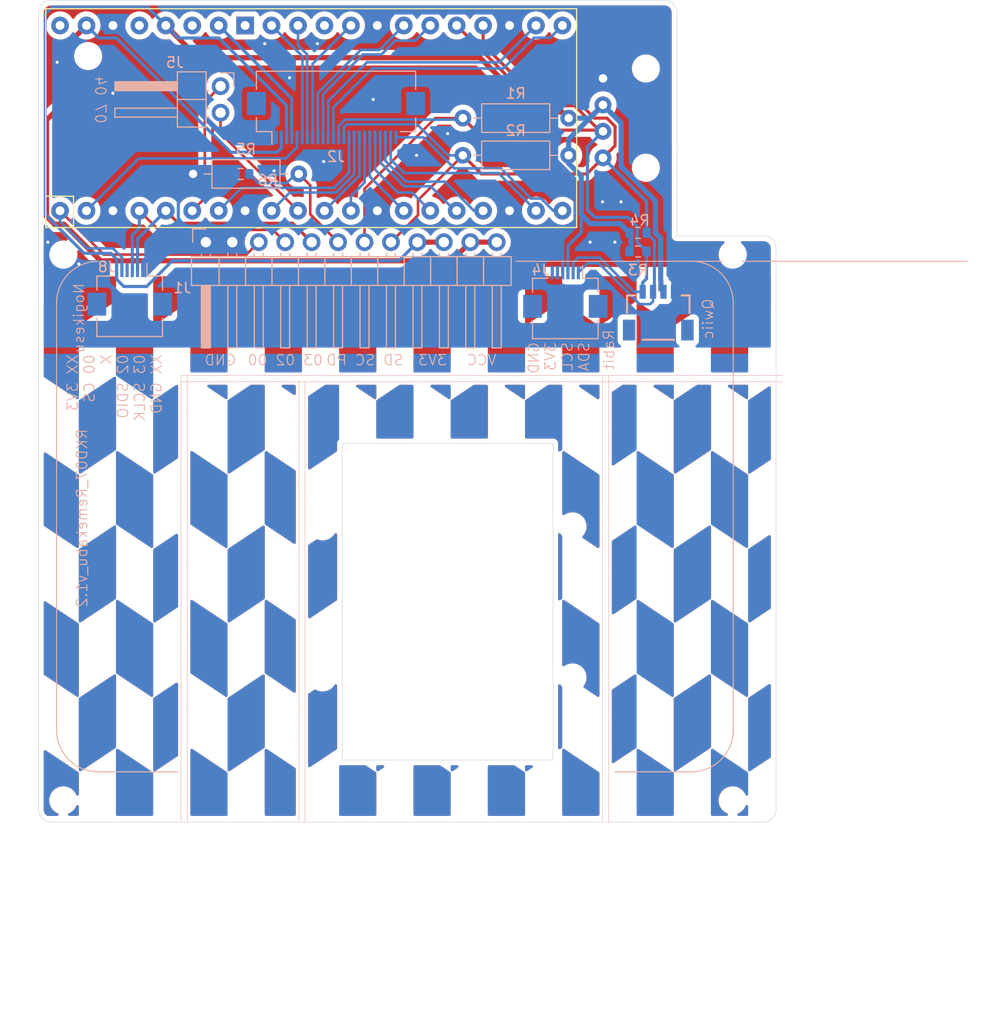
<source format=kicad_pcb>
(kicad_pcb (version 20241229) (generator "pcbnew") (generator_version "9.0")
  (layers (0 "F.Cu" signal) (2 "B.Cu" signal) (13 "F.Paste" user) (15 "B.Paste" user) (5 "F.SilkS" user "F.Silkscreen") (7 "B.SilkS" user "B.Silkscreen") (1 "F.Mask" user) (3 "B.Mask" user) (25 "Edge.Cuts" user))
  (net 0 "")
  (net 1 "VCC")
  (net 2 "GND")
  (net 3 "3V3")
  (net 13 "ROW4_L")
  (net 14 "COL9_L")
  (net 15 "SDA{slash}SCK_L")
  (net 16 "COL4_L")
  (net 17 "COL10_L")
  (net 18 "ROW1_L")
  (net 19 "COL2_L")
  (net 20 "ROW3_L")
  (net 21 "COL13_L")
  (net 22 "COL8_L")
  (net 23 "COL0_L")
  (net 24 "ROW0_L")
  (net 25 "COL6_L")
  (net 26 "COL3_L")
  (net 27 "COL7_L")
  (net 28 "COL5_L")
  (net 29 "COL1_L")
  (net 30 "SCL{slash}TX_L")
  (net 31 "ROW2_L")
  (net 32 "COL12_L")
  (net 33 "COL11_L")
  (net 34 "GP04")
  (net 35 "GP07")
  (net 36 "GP02")
  (net 37 "GP03")
  (net 39 "GP00")
  (net 40 "CS")
  (footprint "Rikkodo_FootPrint:rkd_cutdot_no_edgecut_32" (layer "F.Cu") (at 103.881604 83.64111 90)
    (property "Reference" "REF**" (hide yes))
    (property "Value" "rkd_cutdot_no_edgecut_32" (hide yes))
  )
  (footprint "kbd_Hole:m2_Screw_Hole" (layer "F.Cu") (at 145.25625 52.3875)
    (property "Reference" "Ref**")
    (property "Value" "Val**")
  )
  (footprint "Rikkodo_FootPrint:rkd_cutdot_no_edgecut_1" (layer "F.Cu") (at 133.052232 105.072568 90)
    (property "Reference" "REF**" (hide yes))
    (property "Value" "rkd_cutdot_no_edgecut_1" (hide yes))
  )
  (footprint "Rikkodo_FootPrint:rkd_cutdot_no_edgecut_1_2" (layer "F.Cu") (at 93.166328 64.293696)
    (property "Reference" "REF**" (hide yes))
    (property "Value" "rkd_cutdot_no_edgecut_1_2" (hide yes))
  )
  (footprint "Rikkodo_FootPrint:rkd_cutdot_no_edgecut_4" (layer "F.Cu") (at 135.731136 64.293696)
    (property "Reference" "REF**" (hide yes))
    (property "Value" "rkd_cutdot_no_edgecut_4" (hide yes))
  )
  (footprint "Rikkodo_FootPrint:rkd_cutdot_no_edgecut_32" (layer "F.Cu") (at 92.571016 84.236422 90)
    (property "Reference" "REF**" (hide yes))
    (property "Value" "rkd_cutdot_no_edgecut_32" (hide yes))
  )
  (footprint "Rikkodo_FootPrint:rkd_cutdot_no_edgecut_1" (layer "F.Cu") (at 92.571016 64.591352 90)
    (property "Reference" "REF**" (hide yes))
    (property "Value" "rkd_cutdot_no_edgecut_1" (hide yes))
  )
  (footprint "kbd_Hole:m2_Screw_Hole" (layer "F.Cu") (at 80.9625 52.3875)
    (property "Reference" "Ref**")
    (property "Value" "Val**")
  )
  (footprint "kbd_Hole:m2_Screw_Hole" (layer "F.Cu") (at 136.92199 34.528151)
    (property "Reference" "Ref**")
    (property "Value" "Val**")
  )
  (footprint "Rikkodo_FootPrint:rkd_cutdot_no_edgecut_4" (layer "F.Cu") (at 106.56062 64.294052)
    (property "Reference" "REF**" (hide yes))
    (property "Value" "rkd_cutdot_no_edgecut_4" (hide yes))
  )
  (footprint "kbd_Hole:m2_Screw_Hole" (layer "F.Cu") (at 102.393852 96.440672)
    (property "Reference" "Ref**")
    (property "Value" "Val**")
  )
  (footprint "kbd_Hole:m2_Screw_Hole" (layer "F.Cu") (at 136.92199 44.053159)
    (property "Reference" "Ref**")
    (property "Value" "Val**")
  )
  (footprint "Rikkodo_FootPrint:rkd_cutdot_no_edgecut_1" (layer "F.Cu") (at 92.57066 105.072338 90)
    (property "Reference" "REF**" (hide yes))
    (property "Value" "rkd_cutdot_no_edgecut_1" (hide yes))
  )
  (footprint "kbd_Hole:m2_Screw_Hole" (layer "F.Cu") (at 83.34375 33.3375)
    (property "Reference" "Ref**")
    (property "Value" "Val**")
  )
  (footprint "Rikkodo_FootPrint:rkd_cutdot_no_edgecut_1" (layer "F.Cu") (at 96.440544 64.293696)
    (property "Reference" "REF**" (hide yes))
    (property "Value" "rkd_cutdot_no_edgecut_1" (hide yes))
  )
  (footprint "Rikkodo_FootPrint:rkd_cutdot_no_edgecut_1" (layer "F.Cu") (at 95.24992 64.293696)
    (property "Reference" "REF**" (hide yes))
    (property "Value" "rkd_cutdot_no_edgecut_1" (hide yes))
  )
  (footprint "Rikkodo_FootPrint:rkd_cutdot_no_edgecut_1" (layer "F.Cu") (at 148.232688 64.293696)
    (property "Reference" "REF**" (hide yes))
    (property "Value" "rkd_cutdot_no_edgecut_1" (hide yes))
  )
  (footprint "Rikkodo_FootPrint:rkd_cutdot_no_edgecut_1" (layer "F.Cu") (at 103.881944 106.263192 90)
    (property "Reference" "REF**" (hide yes))
    (property "Value" "rkd_cutdot_no_edgecut_1" (hide yes))
  )
  (footprint "Rikkodo_FootPrint:rkd_cutdot_no_edgecut_4" (layer "F.Cu") (at 140.493632 64.293696)
    (property "Reference" "REF**" (hide yes))
    (property "Value" "rkd_cutdot_no_edgecut_4" (hide yes))
  )
  (footprint "Rikkodo_FootPrint:rkd_cutdot_no_edgecut_4" (layer "F.Cu") (at 101.798352 64.293696)
    (property "Reference" "REF**" (hide yes))
    (property "Value" "rkd_cutdot_no_edgecut_4" (hide yes))
  )
  (footprint "Rikkodo_FootPrint:rkd_cutdot_no_edgecut_1" (layer "F.Cu") (at 145.85144 64.293696)
    (property "Reference" "REF**" (hide yes))
    (property "Value" "rkd_cutdot_no_edgecut_1" (hide yes))
  )
  (footprint "Rikkodo_FootPrint:rkd_RPi_Pico_TH_NODBG" (layer "F.Cu") (at 104.775 39.290625 90)
    (property "Reference" "U1" (hide yes))
    (property "Value" "Pico")
  )
  (footprint "Rikkodo_FootPrint:rkd_cutdot_no_edgecut_1" (layer "F.Cu") (at 92.571016 103.881944 90)
    (property "Reference" "REF**" (hide yes))
    (property "Value" "rkd_cutdot_no_edgecut_1" (hide yes))
  )
  (footprint "kbd_Hole:m2_Screw_Hole" (layer "F.Cu") (at 145.25625 104.775)
    (property "Reference" "Ref**")
    (property "Value" "Val**")
  )
  (footprint "kbd_Hole:m2_Screw_Hole" (layer "F.Cu") (at 80.9625 104.775)
    (property "Reference" "Ref**")
    (property "Value" "Val**")
  )
  (footprint "Rikkodo_FootPrint:rkd_cutdot_no_edgecut_4" (layer "F.Cu") (at 111.323116 64.294052)
    (property "Reference" "REF**" (hide yes))
    (property "Value" "rkd_cutdot_no_edgecut_4" (hide yes))
  )
  (footprint "Rikkodo_FootPrint:rkd_cutdot_no_edgecut_1" (layer "F.Cu") (at 97.631398 64.29334)
    (property "Reference" "REF**" (hide yes))
    (property "Value" "rkd_cutdot_no_edgecut_1" (hide yes))
  )
  (footprint "Rikkodo_FootPrint:rkd_cutdot_no_edgecut_1" (layer "F.Cu") (at 133.052232 64.591352 90)
    (property "Reference" "REF**" (hide yes))
    (property "Value" "rkd_cutdot_no_edgecut_1" (hide yes))
  )
  (footprint "BrownSugar_KBD:OLED_center_display" (layer "F.Cu") (at 114.3 39.290625 90)
    (property "Reference" "OL1")
    (property "Value" "OLED")
  )
  (footprint "Rikkodo_FootPrint:rkd_cutdot_no_edgecut_1" (layer "F.Cu") (at 98.822022 64.29334)
    (property "Reference" "REF**" (hide yes))
    (property "Value" "rkd_cutdot_no_edgecut_1" (hide yes))
  )
  (footprint "Rikkodo_FootPrint:rkd_cutdot_no_edgecut_16" (layer "F.Cu") (at 123.229584 64.293696)
    (property "Reference" "REF**" (hide yes))
    (property "Value" "rkd_cutdot_no_edgecut_16" (hide yes))
  )
  (footprint "Rikkodo_FootPrint:rkd_cutdot_no_edgecut_1" (layer "F.Cu") (at 144.660816 64.293696)
    (property "Reference" "REF**" (hide yes))
    (property "Value" "rkd_cutdot_no_edgecut_1" (hide yes))
  )
  (footprint "Rikkodo_FootPrint:rkd_cutdot_no_edgecut_1" (layer "F.Cu") (at 149.423312 64.293696)
    (property "Reference" "REF**" (hide yes))
    (property "Value" "rkd_cutdot_no_edgecut_1" (hide yes))
  )
  (footprint "Rikkodo_FootPrint:rkd_cutdot_no_edgecut_1" (layer "F.Cu") (at 103.881944 103.881944 90)
    (property "Reference" "REF**" (hide yes))
    (property "Value" "rkd_cutdot_no_edgecut_1" (hide yes))
  )
  (footprint "Rikkodo_FootPrint:rkd_cutdot_no_edgecut_32" (layer "F.Cu") (at 133.051876 84.236422 90)
    (property "Reference" "REF**" (hide yes))
    (property "Value" "rkd_cutdot_no_edgecut_32" (hide yes))
  )
  (footprint "Rikkodo_FootPrint:rkd_cutdot_no_edgecut_1" (layer "F.Cu") (at 147.042064 64.293696)
    (property "Reference" "REF**" (hide yes))
    (property "Value" "rkd_cutdot_no_edgecut_1" (hide yes))
  )
  (footprint "Rikkodo_FootPrint:rkd_cutdot_no_edgecut_1" (layer "F.Cu") (at 92.571016 106.263192 90)
    (property "Reference" "REF**" (hide yes))
    (property "Value" "rkd_cutdot_no_edgecut_1" (hide yes))
  )
  (footprint "Rikkodo_FootPrint:rkd_cutdot_no_edgecut_1_2" (layer "F.Cu") (at 103.881944 102.988976 90)
    (property "Reference" "REF**" (hide yes))
    (property "Value" "rkd_cutdot_no_edgecut_1_2" (hide yes))
  )
  (footprint "Rikkodo_FootPrint:rkd_cutdot_no_edgecut_1" (layer "F.Cu") (at 94.059296 64.293696)
    (property "Reference" "REF**" (hide yes))
    (property "Value" "rkd_cutdot_no_edgecut_1" (hide yes))
  )
  (footprint "Rikkodo_FootPrint:rkd_cutdot_no_edgecut_1" (layer "F.Cu") (at 103.881588 105.072338 90)
    (property "Reference" "REF**" (hide yes))
    (property "Value" "rkd_cutdot_no_edgecut_1" (hide yes))
  )
  (footprint "Rikkodo_FootPrint:rkd_cutdot_no_edgecut_1" (layer "F.Cu") (at 133.052232 103.881944 90)
    (property "Reference" "REF**" (hide yes))
    (property "Value" "rkd_cutdot_no_edgecut_1" (hide yes))
  )
  (footprint "Rikkodo_FootPrint:rkd_Point_Screw_Hall" (layer "F.Cu") (at 117.871875 85.725 -90)
    (property "Reference" "Point1" (hide yes))
    (property "Value" "PointScrewHall" (hide yes))
  )
  (footprint "Rikkodo_FootPrint:rkd_cutdot_no_edgecut_1" (layer "F.Cu") (at 133.052232 106.263192 90)
    (property "Reference" "REF**" (hide yes))
    (property "Value" "rkd_cutdot_no_edgecut_1" (hide yes))
  )
  (footprint "Rikkodo_FootPrint:rkd_cutdot_no_edgecut_1" (layer "F.Cu") (at 143.470192 64.293696)
    (property "Reference" "REF**" (hide yes))
    (property "Value" "rkd_cutdot_no_edgecut_1" (hide yes))
  )
  (footprint "Connector_PinHeader_2.54mm:PinHeader_1x02_P2.54mm_Horizontal" (layer "B.Cu") (at 96.063202 36.229719 180)
    (property "Reference" "J5")
    (property "Value" "Conn_01x02_Socket")
  )
  (footprint "Resistor_THT:R_Axial_DIN0207_L6.3mm_D2.5mm_P10.16mm_Horizontal" (layer "B.Cu") (at 103.584288 44.6484 180)
    (property "Reference" "R5")
    (property "Value" "1kΩ")
  )
  (footprint "Resistor_SMD:R_0603_1608Metric" (layer "B.Cu") (at 136.163284 52.089847)
    (property "Reference" "R3")
    (property "Value" "1kΩ")
  )
  (footprint "Connector_FFC-FPC:Hirose_FH12-6S-0.5SH_1x06-1MP_P0.50mm_Horizontal" (layer "B.Cu") (at 87.3375 55.75 180)
    (property "Reference" "J8")
    (property "Value" "Conn_01x06")
  )
  (footprint "SparkFun-Connector:JST_SMD_1.0mm-4_Black" (layer "B.Cu") (at 138.1125 55.959375 180)
    (property "Reference" "J3")
    (property "Value" "Qwiic_RA")
  )
  (footprint "DreaM117er-keebLibrary:Hirose_FH12-6S-0.5SH_1x06-1MP_P0.50mm_Horizontal" (layer "B.Cu") (at 129.182921 55.959422 180)
    (property "Reference" "J4")
    (property "Value" "Conn_01x06")
  )
  (footprint "Resistor_SMD:R_0603_1608Metric" (layer "B.Cu") (at 97.996958 44.648475 180)
    (property "Reference" "R6")
    (property "Value" "1kΩ")
  )
  (footprint "Connector_FFC-FPC:Hirose_FH12-24S-0.5SH_1x24-1MP_P0.50mm_Horizontal" (layer "B.Cu") (at 107.15634 39.290655)
    (property "Reference" "J2")
    (property "Value" "Conn_01x24")
  )
  (footprint "Resistor_THT:R_Axial_DIN0207_L6.3mm_D2.5mm_P10.16mm_Horizontal" (layer "B.Cu") (at 129.500417 42.8625 180)
    (property "Reference" "R2")
    (property "Value" "1kΩ")
  )
  (footprint "Resistor_SMD:R_0603_1608Metric" (layer "B.Cu") (at 136.163284 50.303911)
    (property "Reference" "R4")
    (property "Value" "1kΩ")
  )
  (footprint "Connector_PinHeader_2.54mm:PinHeader_1x12_P2.54mm_Horizontal" (layer "B.Cu") (at 94.654767 51.196918 -90)
    (property "Reference" "J1")
    (property "Value" "Conn_01x12")
  )
  (footprint "Resistor_THT:R_Axial_DIN0207_L6.3mm_D2.5mm_P10.16mm_Horizontal" (layer "B.Cu") (at 129.500417 39.290655 180)
    (property "Reference" "R1")
    (property "Value" "1kΩ")
  )
  (gr_line (start 132.754576 63.99604) (end 133.349888 63.99604) (stroke (width 0.05)) (layer "B.SilkS"))
  (gr_line (start 133.927076 102.032873) (end 141.29369 102.032873) (stroke (width 0.1)) (layer "B.SilkS"))
  (gr_arc (start 84.311814 102.032873) (mid 81.483387 100.8613) (end 80.311814 98.032873) (stroke (width 0.1)) (layer "B.SilkS"))
  (gr_arc (start 145.311814 98.032873) (mid 144.140241 100.8613) (end 141.311814 102.032873) (stroke (width 0.1)) (layer "B.SilkS"))
  (gr_line (start 84.3118 102.032873) (end 91.975704 102.032873) (stroke (width 0.1)) (layer "B.SilkS"))
  (gr_arc (start 80.311814 57.032873) (mid 81.483397 54.204468) (end 84.311814 53.032873) (stroke (width 0.1)) (layer "B.SilkS"))
  (gr_line (start 132.754576 64.591352) (end 133.349888 64.591352) (stroke (width 0.05)) (layer "B.SilkS"))
  (gr_line (start 92.27336 64.591352) (end 92.868672 64.591352) (stroke (width 0.05)) (layer "B.SilkS"))
  (gr_line (start 145.311814 57.032873) (end 145.311814 98.032873) (stroke (width 0.1)) (layer "B.SilkS"))
  (gr_line (start 124.420417 53.032873) (end 167.803125 53.032874) (stroke (width 0.1)) (layer "B.SilkS"))
  (gr_line (start 80.311814 98.032873) (end 80.311814 57.032873) (stroke (width 0.1)) (layer "B.SilkS"))
  (gr_line (start 92.273359 63.996039) (end 92.868672 63.996039) (stroke (width 0.05)) (layer "B.SilkS"))
  (gr_arc (start 141.311815 53.032874) (mid 144.140241 54.20445) (end 145.311814 57.032873) (stroke (width 0.1)) (layer "B.SilkS"))
  (gr_line (start 127.992295 70.544472) (end 127.992295 100.905384) (stroke (width 0.05)) (layer "Edge.Cuts"))
  (gr_line (start 79.771875 27.979708) (end 138.707929 27.979708) (stroke (width 0.05)) (layer "Edge.Cuts"))
  (gr_arc (start 138.707929 27.979686) (mid 139.549832 28.328418) (end 139.898577 29.170311) (stroke (width 0.05)) (layer "Edge.Cuts"))
  (gr_arc (start 78.581392 29.170409) (mid 78.930113 28.328529) (end 79.772017 27.979784) (stroke (width 0.05)) (layer "Edge.Cuts"))
  (gr_arc (start 148.232963 50.601615) (mid 149.074842 50.950359) (end 149.423587 51.792239) (stroke (width 0.05)) (layer "Edge.Cuts"))
  (gr_line (start 148.237064 106.858504) (end 79.771942 106.858506) (stroke (width 0.05)) (layer "Edge.Cuts"))
  (gr_arc (start 149.423312 105.66788) (mid 149.074586 106.509778) (end 148.232688 106.858504) (stroke (width 0.05)) (layer "Edge.Cuts"))
  (gr_line (start 139.898574 29.160641) (end 139.898555 50.601605) (stroke (width 0.05)) (layer "Edge.Cuts"))
  (gr_arc (start 79.771942 106.858506) (mid 78.930042 106.50978) (end 78.581316 105.66788) (stroke (width 0.05)) (layer "Edge.Cuts"))
  (gr_line (start 127.992295 100.905384) (end 107.751653 100.905384) (stroke (width 0.05)) (layer "Edge.Cuts"))
  (gr_line (start 149.423587 51.792301) (end 149.423557 105.66788) (stroke (width 0.05)) (layer "Edge.Cuts"))
  (gr_line (start 139.898555 50.601605) (end 148.232963 50.601605) (stroke (width 0.05)) (layer "Edge.Cuts"))
  (gr_line (start 78.581314 29.170409) (end 78.581316 105.660663) (stroke (width 0.05)) (layer "Edge.Cuts"))
  (gr_line (start 107.751472 70.544472) (end 127.992295 70.544472) (stroke (width 0.05)) (layer "Edge.Cuts"))
  (gr_line (start 107.751653 100.905384) (end 107.751472 70.544472) (stroke (width 0.05)) (layer "Edge.Cuts"))
  (gr_text "03 02 00" (at 105.965714 63.103178 0) (layer "B.SilkS") (effects (font (size 1 1) (thickness 0.1)) (justify left bottom mirror)))
  (gr_text "GND\n" (at 97.631332 63.103178 0) (layer "B.SilkS") (effects (font (size 1 1) (thickness 0.1)) (justify left bottom mirror)))
  (gr_text "Nogikesu" (at 83.046024 55.06636 90) (layer "B.SilkS") (effects (font (size 1 1) (thickness 0.1)) (justify left bottom mirror)))
  (gr_text "SD SC PD" (at 113.704783 63.103178 0) (layer "B.SilkS") (effects (font (size 1 1) (thickness 0.1)) (justify left bottom mirror)))
  (gr_text "Qwiic" (at 143.470433 56.554735 90) (layer "B.SilkS") (effects (font (size 1 1) (thickness 0.1)) (justify left bottom mirror)))
  (gr_text "Rabit" (at 133.945425 59.53125 90) (layer "B.SilkS") (effects (font (size 1 1) (thickness 0.1)) (justify left bottom mirror)))
  (gr_text "3V3" (at 117.871974 63.103178 0) (layer "B.SilkS") (effects (font (size 1 1) (thickness 0.1)) (justify left bottom mirror)))
  (gr_text "VCC" (at 122.634478 63.103178 0) (layer "B.SilkS") (effects (font (size 1 1) (thickness 0.1)) (justify left bottom mirror)))
  (gr_text "RKD07_Remekabu_v1.2" (at 83.34375 69.05625 90) (layer "B.SilkS") (effects (font (size 1 1) (thickness 0.1)) (justify left bottom mirror)))
  (gr_text "07 04" (at 83.939133 39.885971 270) (layer "B.SilkS") (effects (font (size 1 1) (thickness 0.1)) (justify left bottom mirror)))
  (gr_text "GND\n3V3\nSCL\nSDA" (at 131.564175 60.721875 90) (layer "B.SilkS") (effects (font (size 1 1) (thickness 0.1)) (justify left bottom mirror)))
  (gr_text "XX 3V3\n00 CS\nX\n02 SDIO\n03 SCLK\nXX GND" (at 90.4875 61.9125 90) (layer "B.SilkS") (effects (font (size 1 1) (thickness 0.1)) (justify left bottom mirror)))
  (segment (start 118.268828 52.982857) (end 84.534446 52.982857) (width 0.5) (layer "F.Cu") (net 1))
  (segment (start 81.303125 37.52125) (end 81.303125 32.2825) (width 0.5) (layer "F.Cu") (net 1))
  (segment (start 81.303125 32.2825) (end 83.185 30.400625) (width 0.5) (layer "F.Cu") (net 1))
  (segment (start 81.033214 49.481625) (end 80.106108 49.481625) (width 0.5) (layer "F.Cu") (net 1))
  (segment (start 120.054767 51.196918) (end 122.594767 51.196918) (width 0.5) (layer "F.Cu") (net 1))
  (segment (start 79.344 39.480375) (end 81.303125 37.52125) (width 0.5) (layer "F.Cu") (net 1))
  (segment (start 120.054767 51.196918) (end 118.268828 52.982857) (width 0.5) (layer "F.Cu") (net 1))
  (segment (start 80.106108 49.481625) (end 79.344 48.719517) (width 0.5) (layer "F.Cu") (net 1))
  (segment (start 79.344 48.719517) (end 79.344 39.480375) (width 0.5) (layer "F.Cu") (net 1))
  (segment (start 84.534446 52.982857) (end 81.033214 49.481625) (width 0.5) (layer "F.Cu") (net 1))
  (segment (start 101.90634 41.140655) (end 101.90634 42.159285) (width 0.3) (layer "B.Cu") (net 1))
  (segment (start 86.076057 31.601625) (end 84.386 31.601625) (width 0.3) (layer "B.Cu") (net 1))
  (segment (start 97.03924 42.564808) (end 86.076057 31.601625) (width 0.3) (layer "B.Cu") (net 1))
  (segment (start 84.386 31.601625) (end 83.185 30.400625) (width 0.3) (layer "B.Cu") (net 1))
  (segment (start 101.90634 42.159285) (end 101.500817 42.564808) (width 0.3) (layer "B.Cu") (net 1))
  (segment (start 101.500817 42.564808) (end 97.03924 42.564808) (width 0.3) (layer "B.Cu") (net 1))
  (segment (start 129.46625 32.146875) (end 132.8 35.480625) (width 0.5) (layer "F.Cu") (net 2))
  (segment (start 123.825 30.400625) (end 125.57125 32.146875) (width 0.5) (layer "F.Cu") (net 2))
  (segment (start 85.725 48.180625) (end 88.741293 51.196918) (width 0.5) (layer "F.Cu") (net 2))
  (segment (start 125.57125 32.146875) (end 129.46625 32.146875) (width 0.5) (layer "F.Cu") (net 2))
  (segment (start 88.741293 51.196918) (end 94.654767 51.196918) (width 0.5) (layer "F.Cu") (net 2))
  (via (at 101.20321 44.350744) (size 0.6) (drill 0.3) (layers "F.Cu" "B.Cu") (net 2))
  (via (at 131.564173 51.196918) (size 0.6) (drill 0.3) (layers "F.Cu" "B.Cu") (net 2))
  (via (at 105.370224 32.146848) (size 0.6) (drill 0.3) (layers "F.Cu" "B.Cu") (net 2))
  (via (at 82.450712 53.280424) (size 0.6) (drill 0.3) (layers "F.Cu" "B.Cu") (net 2))
  (via (at 117.871776 40.778872) (size 0.6) (drill 0.3) (layers "F.Cu" "B.Cu") (net 2))
  (via (at 79.474152 51.196832) (size 0.6) (drill 0.3) (layers "F.Cu" "B.Cu") (net 2))
  (via (at 114.895409 42.862536) (size 0.6) (drill 0.3) (layers "F.Cu" "B.Cu") (net 2))
  (via (at 132.754576 47.327304) (size 0.6) (drill 0.3) (layers "F.Cu" "B.Cu") (net 2))
  (via (at 110.728032 37.504656) (size 0.6) (drill 0.3) (layers "F.Cu" "B.Cu") (net 2))
  (via (at 134.540738 47.327304) (size 0.6) (drill 0.3) (layers "F.Cu" "B.Cu") (net 2))
  (via (at 80.367255 33.932841) (size 0.6) (drill 0.3) (layers "F.Cu" "B.Cu") (net 2))
  (via (at 102.69132 35.421064) (size 0.6) (drill 0.3) (layers "F.Cu" "B.Cu") (net 2))
  (via (at 133.945425 51.196918) (size 0.6) (drill 0.3) (layers "F.Cu" "B.Cu") (net 2))
  (via (at 105.965536 43.457776) (size 0.6) (drill 0.3) (layers "F.Cu" "B.Cu") (net 2))
  (via (at 100.310072 32.146848) (size 0.6) (drill 0.3) (layers "F.Cu" "B.Cu") (net 2))
  (via (at 85.725072 36.909406) (size 0.6) (drill 0.3) (layers "F.Cu" "B.Cu") (net 2))
  (segment (start 87.471211 46.434414) (end 85.725 48.180625) (width 0.3) (layer "B.Cu") (net 2))
  (segment (start 128.349417 38.813895) (end 131.682687 35.480625) (width 0.3) (layer "B.Cu") (net 2))
  (segment (start 91.410687 46.434414) (end 87.471211 46.434414) (width 0.3) (layer "B.Cu") (net 2))
  (segment (start 111.125 30.400625) (end 112.426 29.099625) (width 0.5) (layer "B.Cu") (net 2))
  (segment (start 139.147563 50.912687) (end 139.147563 54.319438) (width 0.5) (layer "B.Cu") (net 2))
  (segment (start 139.147563 54.319438) (end 139.6125 54.784375) (width 0.5) (layer "B.Cu") (net 2))
  (segment (start 92.006 47.029727) (end 91.410687 46.434414) (width 0.3) (layer "B.Cu") (net 2))
  (segment (start 130.106 49.767523) (end 130.106 45.095843) (width 0.3) (layer "B.Cu") (net 2))
  (segment (start 94.654767 51.196918) (end 97.194767 51.196918) (width 0.5) (layer "B.Cu") (net 2))
  (segment (start 92.006 49.678375) (end 92.006 47.029727) (width 0.3) (layer "B.Cu") (net 2))
  (segment (start 85.725 30.400625) (end 96.46503 41.140655) (width 0.5) (layer "B.Cu") (net 2))
  (segment (start 139.147555 50.912679) (end 139.147563 50.912687) (width 0.5) (layer "B.Cu") (net 2))
  (segment (start 128.349417 43.33926) (end 128.349417 38.813895) (width 0.3) (layer "B.Cu") (net 2))
  (segment (start 139.147563 41.828188) (end 139.147555 50.912679) (width 0.5) (layer "B.Cu") (net 2))
  (segment (start 96.46503 41.140655) (end 101.30534 41.140655) (width 0.5) (layer "B.Cu") (net 2))
  (segment (start 112.426 29.099625) (end 122.524 29.099625) (width 0.5) (layer "B.Cu") (net 2))
  (segment (start 139.6125 54.784375) (end 139.6125 55.959375) (width 0.5) (layer "B.Cu") (net 2))
  (segment (start 97.171883 44.6484) (end 97.171958 44.648475) (width 0.5) (layer "B.Cu") (net 2))
  (segment (start 131.682687 35.480625) (end 132.8 35.480625) (width 0.3) (layer "B.Cu") (net 2))
  (segment (start 89.257225 44.6484) (end 85.725 48.180625) (width 0.5) (layer "B.Cu") (net 2))
  (segment (start 122.524 29.099625) (end 123.825 30.400625) (width 0.5) (layer "B.Cu") (net 2))
  (segment (start 128.932921 54.109422) (end 128.932921 50.940602) (width 0.3) (layer "B.Cu") (net 2))
  (segment (start 88.5875 53.096875) (end 92.006 49.678375) (width 0.3) (layer "B.Cu") (net 2))
  (segment (start 130.106 45.095843) (end 128.349417 43.33926) (width 0.3) (layer "B.Cu") (net 2))
  (segment (start 93.772683 44.61775) (end 93.741958 44.648475) (width 0.25) (layer "B.Cu") (net 2))
  (segment (start 93.424288 44.6484) (end 97.171883 44.6484) (width 0.5) (layer "B.Cu") (net 2))
  (segment (start 97.171958 44.648475) (end 96.967272 44.443789) (width 0.25) (layer "B.Cu") (net 2))
  (segment (start 128.932921 50.940602) (end 130.106 49.767523) (width 0.3) (layer "B.Cu") (net 2))
  (segment (start 97.171958 44.648475) (end 97.141233 44.61775) (width 0.25) (layer "B.Cu") (net 2))
  (segment (start 88.5875 53.9) (end 88.5875 53.096875) (width 0.3) (layer "B.Cu") (net 2))
  (segment (start 132.8 35.480625) (end 139.147563 41.828188) (width 0.5) (layer "B.Cu") (net 2))
  (segment (start 93.424288 44.6484) (end 89.257225 44.6484) (width 0.5) (layer "B.Cu") (net 2))
  (segment (start 117.514767 51.196918) (end 114.974767 51.196918) (width 0.5) (layer "F.Cu") (net 3))
  (segment (start 129.480423 39.290655) (end 128.890736 38.700968) (width 0.5) (layer "F.Cu") (net 3))
  (segment (start 120.987593 33.49316) (end 93.897535 33.49316) (width 0.5) (layer "F.Cu") (net 3))
  (segment (start 93.897535 33.49316) (end 90.805 30.400625) (width 0.5) (layer "F.Cu") (net 3))
  (segment (start 126.195401 38.700968) (end 120.987593 33.49316) (width 0.5) (layer "F.Cu") (net 3))
  (segment (start 128.890736 38.700968) (end 126.195401 38.700968) (width 0.5) (layer "F.Cu") (net 3))
  (segment (start 129.500417 39.290655) (end 129.480423 39.290655) (width 0.5) (layer "F.Cu") (net 3))
  (segment (start 86.0875 54.76875) (end 86.77075 55.452) (width 0.3) (layer "B.Cu") (net 3))
  (segment (start 82.965879 52.268144) (end 85.526048 52.268144) (width 0.3) (layer "B.Cu") (net 3))
  (segment (start 137.839284 47.234609) (end 134.540512 43.935837) (width 0.5) (layer "B.Cu") (net 3))
  (segment (start 129.500417 41.320208) (end 129.500417 42.8625) (width 0.5) (layer "B.Cu") (net 3))
  (segment (start 85.526048 52.268144) (end 86.0875 52.829596) (width 0.3) (layer "B.Cu") (net 3))
  (segment (start 138.6125 55.959375) (end 138.3635 55.710375) (width 0.5) (layer "B.Cu") (net 3))
  (segment (start 138.340284 50.805969) (end 137.839284 50.304969) (width 0.5) (layer "B.Cu") (net 3))
  (segment (start 92.006 31.601625) (end 95.91931 31.601625) (width 0.3) (layer "B.Cu") (net 3))
  (segment (start 131.56986 49.416666) (end 134.451039 49.416666) (width 0.5) (layer "B.Cu") (net 3))
  (segment (start 130.707 50.268152) (end 130.707 48.553806) (width 0.3) (layer "B.Cu") (net 3))
  (segment (start 138.3635 54.833375) (end 138.340284 54.833375) (width 0.5) (layer "B.Cu") (net 3))
  (segment (start 129.500417 42.8625) (end 129.500417 43.640318) (width 0.5) (layer "B.Cu") (net 3))
  (segment (start 95.91931 31.601625) (end 102.40634 38.088655) (width 0.3) (layer "B.Cu") (net 3))
  (segment (start 86.77075 55.452) (end 88.9661 55.452) (width 0.3) (layer "B.Cu") (net 3))
  (segment (start 113.188828 52.982857) (end 114.974767 51.196918) (width 0.3) (layer "B.Cu") (net 3))
  (segment (start 86.0875 53.9) (end 86.0875 54.76875) (width 0.3) (layer "B.Cu") (net 3))
  (segment (start 89.035083 28.630708) (end 79.907042 28.630708) (width 0.3) (layer "B.Cu") (net 3))
  (segment (start 129.432921 54.109422) (end 129.432921 51.542231) (width 0.3) (layer "B.Cu") (net 3))
  (segment (start 129.500417 43.640318) (end 130.707 44.846901) (width 0.5) (layer "B.Cu") (net 3))
  (segment (start 88.9661 55.452) (end 91.435243 52.982857) (width 0.3) (layer "B.Cu") (net 3))
  (segment (start 138.3635 55.710375) (end 138.3635 54.833375) (width 0.5) (layer "B.Cu") (net 3))
  (segment (start 138.340284 54.833375) (end 138.340284 50.805969) (width 0.5) (layer "B.Cu") (net 3))
  (segment (start 90.805 30.400625) (end 89.035083 28.630708) (width 0.3) (layer "B.Cu") (net 3))
  (segment (start 135.47422 50.303911) (end 135.47422 52.089847) (width 0.5) (layer "B.Cu") (net 3))
  (segment (start 130.707 48.553806) (end 131.56986 49.416666) (width 0.5) (layer "B.Cu") (net 3))
  (segment (start 129.500417 39.290655) (end 131.52997 39.290655) (width 0.5) (layer "B.Cu") (net 3))
  (segment (start 131.52997 39.290655) (end 132.8 38.020625) (width 0.5) (layer "B.Cu") (net 3))
  (segment (start 79.907042 28.630708) (end 79.232314 29.305436) (width 0.3) (layer "B.Cu") (net 3))
  (segment (start 130.707 44.846901) (end 130.707 48.553806) (width 0.5) (layer "B.Cu") (net 3))
  (segment (start 102.40634 38.088655) (end 102.40634 41.140655) (width 0.3) (layer "B.Cu") (net 3))
  (segment (start 79.232314 29.305436) (end 79.232314 48.534579) (width 0.3) (layer "B.Cu") (net 3))
  (segment (start 79.232314 48.534579) (end 82.965879 52.268144) (width 0.3) (layer "B.Cu") (net 3))
  (segment (start 92.006 31.601625) (end 90.805 30.400625) (width 0.3) (layer "B.Cu") (net 3))
  (segment (start 86.0875 52.829596) (end 86.0875 53.9) (width 0.3) (layer "B.Cu") (net 3))
  (segment (start 134.540512 39.761137) (end 132.8 38.020625) (width 0.5) (layer "B.Cu") (net 3))
  (segment (start 91.435243 52.982857) (end 113.188828 52.982857) (width 0.3) (layer "B.Cu") (net 3))
  (segment (start 132.8 38.020625) (end 129.500417 41.320208) (width 0.5) (layer "B.Cu") (net 3))
  (segment (start 134.540512 43.935837) (end 134.540512 39.761137) (width 0.5) (layer "B.Cu") (net 3))
  (segment (start 134.451039 49.416666) (end 135.338284 50.303911) (width 0.5) (layer "B.Cu") (net 3))
  (segment (start 137.839284 50.304969) (end 137.839284 47.234609) (width 0.5) (layer "B.Cu") (net 3))
  (segment (start 130.075708 42.8625) (end 129.500417 42.8625) (width 0.5) (layer "B.Cu") (net 3))
  (segment (start 129.432921 51.542231) (end 130.707 50.268152) (width 0.3) (layer "B.Cu") (net 3))
  (segment (start 126.852116 47.004625) (end 128.028116 48.180625) (width 0.25) (layer "B.Cu") (net 13))
  (segment (start 118.526666 44.112538) (end 122.991378 44.112538) (width 0.25) (layer "B.Cu") (net 13))
  (segment (start 128.028116 48.180625) (end 128.905 48.180625) (width 0.25) (layer "B.Cu") (net 13))
  (segment (start 115.554783 41.140655) (end 118.526666 44.112538) (width 0.25) (layer "B.Cu") (net 13))
  (segment (start 112.90634 41.140655) (end 115.554783 41.140655) (width 0.25) (layer "B.Cu") (net 13))
  (segment (start 122.991378 44.112538) (end 125.880675 47.001834) (width 0.25) (layer "B.Cu") (net 13))
  (segment (start 125.877884 47.004625) (end 126.852116 47.004625) (width 0.25) (layer "B.Cu") (net 13))
  (segment (start 125.880675 47.001834) (end 125.877884 47.004625) (width 0.25) (layer "B.Cu") (net 13))
  (segment (start 111.323413 32.742212) (end 113.665 30.400625) (width 0.25) (layer "B.Cu") (net 14))
  (segment (start 105.40634 41.140655) (end 105.40634 36.873464) (width 0.25) (layer "B.Cu") (net 14))
  (segment (start 109.537592 32.742212) (end 111.323413 32.742212) (width 0.25) (layer "B.Cu") (net 14))
  (segment (start 105.40634 36.873464) (end 109.537592 32.742212) (width 0.25) (layer "B.Cu") (net 14))
  (segment (start 119.340417 42.8625) (end 121.126317 44.6484) (width 0.3) (layer "F.Cu") (net 15))
  (segment (start 131.252225 44.6484) (end 132.8 43.100625) (width 0.3) (layer "F.Cu") (net 15))
  (segment (start 126.651863 37.598968) (end 121.285 32.232105) (width 0.3) (layer "F.Cu") (net 15))
  (segment (start 115.029 47.173917) (end 119.340417 42.8625) (width 0.25) (layer "F.Cu") (net 15))
  (segment (start 133.961 40.079723) (end 133.171869 39.290592) (width 0.3) (layer "F.Cu") (net 15))
  (segment (start 112.434767 51.196918) (end 115.029 48.602685) (width 0.25) (layer "F.Cu") (net 15))
  (segment (start 131.974816 39.290592) (end 130.283192 37.598968) (width 0.3) (layer "F.Cu") (net 15))
  (segment (start 130.283192 37.598968) (end 126.651863 37.598968) (width 0.3) (layer "F.Cu") (net 15))
  (segment (start 121.126317 44.6484) (end 131.252225 44.6484) (width 0.3) (layer "F.Cu") (net 15))
  (segment (start 121.285 32.232105) (end 121.285 30.400625) (width 0.3) (layer "F.Cu") (net 15))
  (segment (start 133.961 41.939624) (end 133.961 40.079723) (width 0.3) (layer "F.Cu") (net 15))
  (segment (start 132.8 43.100625) (end 133.961 41.939624) (width 0.3) (layer "F.Cu") (net 15))
  (segment (start 133.171869 39.290592) (end 131.974816 39.290592) (width 0.3) (layer "F.Cu") (net 15))
  (segment (start 115.029 48.602685) (end 115.029 47.173917) (width 0.25) (layer "F.Cu") (net 15))
  (segment (start 132.8 43.100625) (end 133.290393 43.100625) (width 0.3) (layer "B.Cu") (net 15))
  (segment (start 136.988284 50.303911) (end 137.739284 51.054911) (width 0.3) (layer "B.Cu") (net 15))
  (segment (start 137.346876 57.149999) (end 136.326495 57.149999) (width 0.25) (layer "B.Cu") (net 15))
  (segment (start 117.914438 42.8625) (end 119.340417 42.8625) (width 0.25) (layer "B.Cu") (net 15))
  (segment (start 137.739284 55.832591) (end 137.6125 55.959375) (width 0.3) (layer "B.Cu") (net 15))
  (segment (start 136.326495 57.149999) (end 132.392499 53.216003) (width 0.25) (layer "B.Cu") (net 15))
  (segment (start 132.392499 53.216003) (end 131.32634 53.216003) (width 0.25) (layer "B.Cu") (net 15))
  (segment (start 137.739284 51.054911) (end 137.739284 55.832591) (width 0.3) (layer "B.Cu") (net 15))
  (segment (start 107.90634 41.140655) (end 107.90634 40.188655) (width 0.25) (layer "B.Cu") (net 15))
  (segment (start 136.988284 47.288909) (end 136.988284 50.303911) (width 0.3) (layer "B.Cu") (net 15))
  (segment (start 137.6125 55.959375) (end 137.6125 56.884375) (width 0.25) (layer "B.Cu") (net 15))
  (segment (start 131.32634 53.216003) (end 130.432921 54.109422) (width 0.25) (layer "B.Cu") (net 15))
  (segment (start 107.90634 40.188655) (end 108.209027 39.885968) (width 0.25) (layer "B.Cu") (net 15))
  (segment (start 114.937906 39.885968) (end 117.914438 42.8625) (width 0.25) (layer "B.Cu") (net 15))
  (segment (start 132.8 43.100625) (end 136.988284 47.288909) (width 0.3) (layer "B.Cu") (net 15))
  (segment (start 108.209027 39.885968) (end 114.937906 39.885968) (width 0.25) (layer "B.Cu") (net 15))
  (segment (start 137.6125 56.884375) (end 137.346876 57.149999) (width 0.25) (layer "B.Cu") (net 15))
  (segment (start 110.40634 44.921965) (end 113.665 48.180625) (width 0.25) (layer "B.Cu") (net 16))
  (segment (start 110.40634 41.140655) (end 110.40634 44.921965) (width 0.25) (layer "B.Cu") (net 16))
  (segment (start 108.585 30.400625) (end 104.90634 34.079285) (width 0.25) (layer "B.Cu") (net 17))
  (segment (start 104.90634 34.079285) (end 104.90634 41.140655) (width 0.25) (layer "B.Cu") (net 17))
  (segment (start 111.40634 41.140655) (end 111.40634 43.540715) (width 0.25) (layer "B.Cu") (net 18))
  (segment (start 111.40634 43.540715) (end 113.704723 45.839098) (width 0.25) (layer "B.Cu") (net 18))
  (segment (start 116.244723 45.839098) (end 118.58625 48.180625) (width 0.25) (layer "B.Cu") (net 18))
  (segment (start 113.704723 45.839098) (end 116.244723 45.839098) (width 0.25) (layer "B.Cu") (net 18))
  (segment (start 109.40634 44.819285) (end 106.045 48.180625) (width 0.25) (layer "B.Cu") (net 19))
  (segment (start 109.40634 41.140655) (end 109.40634 44.819285) (width 0.25) (layer "B.Cu") (net 19))
  (segment (start 122.747913 44.563538) (end 126.365 48.180625) (width 0.25) (layer "B.Cu") (net 20))
  (segment (start 112.40634 43.265095) (end 113.704783 44.563538) (width 0.25) (layer "B.Cu") (net 20))
  (segment (start 112.40634 41.140655) (end 112.40634 43.265095) (width 0.25) (layer "B.Cu") (net 20))
  (segment (start 113.704783 44.563538) (end 122.747913 44.563538) (width 0.25) (layer "B.Cu") (net 20))
  (segment (start 88.205505 43.16012) (end 83.185 48.180625) (width 0.25) (layer "B.Cu") (net 21))
  (segment (start 102.338875 43.16012) (end 88.205505 43.16012) (width 0.25) (layer "B.Cu") (net 21))
  (segment (start 103.40634 41.140655) (end 103.40634 42.092655) (width 0.25) (layer "B.Cu") (net 21))
  (segment (start 103.40634 42.092655) (end 102.338875 43.16012) (width 0.25) (layer "B.Cu") (net 21))
  (segment (start 114.756433 31.849192) (end 116.205 30.400625) (width 0.25) (layer "B.Cu") (net 22))
  (segment (start 105.90634 37.011274) (end 109.724402 33.193212) (width 0.25) (layer "B.Cu") (net 22))
  (segment (start 111.510223 33.193212) (end 112.854243 31.849192) (width 0.25) (layer "B.Cu") (net 22))
  (segment (start 109.724402 33.193212) (end 111.510223 33.193212) (width 0.25) (layer "B.Cu") (net 22))
  (segment (start 105.90634 41.140655) (end 105.90634 37.011274) (width 0.25) (layer "B.Cu") (net 22))
  (segment (start 116.205 30.400625) (end 115.59354 30.400625) (width 0.3) (layer "B.Cu") (net 22))
  (segment (start 112.854243 31.849192) (end 114.756433 31.849192) (width 0.25) (layer "B.Cu") (net 22))
  (segment (start 115.69437 30.400625) (end 116.205 30.400625) (width 0.25) (layer "B.Cu") (net 22))
  (segment (start 108.40634 44.543665) (end 106.966594 45.983411) (width 0.25) (layer "B.Cu") (net 23))
  (segment (start 108.40634 41.140655) (end 108.40634 44.543665) (width 0.25) (layer "B.Cu") (net 23))
  (segment (start 106.966594 45.983411) (end 98.082214 45.983411) (width 0.25) (layer "B.Cu") (net 23))
  (segment (start 98.082214 45.983411) (end 95.885 48.180625) (width 0.25) (layer "B.Cu") (net 23))
  (segment (start 102.90634 37.421965) (end 95.885 30.400625) (width 0.3) (layer "B.Cu") (net 24))
  (segment (start 102.90634 41.140655) (end 102.90634 37.421965) (width 0.3) (layer "B.Cu") (net 24))
  (segment (start 123.229661 34.528151) (end 110.643224 34.528151) (width 0.25) (layer "B.Cu") (net 25))
  (segment (start 106.90634 41.140655) (end 106.93034 41.116655) (width 0.25) (layer "B.Cu") (net 25))
  (segment (start 106.90634 38.265035) (end 106.90634 41.140655) (width 0.25) (layer "B.Cu") (net 25))
  (segment (start 110.643224 34.528151) (end 106.90634 38.265035) (width 0.25) (layer "B.Cu") (net 25))
  (segment (start 128.905 30.400625) (end 127.729 31.576625) (width 0.25) (layer "B.Cu") (net 25))
  (segment (start 126.181187 31.576625) (end 123.229661 34.528151) (width 0.25) (layer "B.Cu") (net 25))
  (segment (start 127.729 31.576625) (end 126.181187 31.576625) (width 0.25) (layer "B.Cu") (net 25))
  (segment (start 109.90634 41.140655) (end 109.90634 45.47035) (width 0.25) (layer "B.Cu") (net 26))
  (segment (start 109.90634 45.47035) (end 108.585 46.79169) (width 0.25) (layer "B.Cu") (net 26))
  (segment (start 108.585 46.79169) (end 108.585 48.180625) (width 0.25) (layer "B.Cu") (net 26))
  (segment (start 110.132905 33.932838) (end 122.832787 33.932838) (width 0.25) (layer "B.Cu") (net 27))
  (segment (start 106.40634 41.140655) (end 106.40634 37.659403) (width 0.25) (layer "B.Cu") (net 27))
  (segment (start 106.40634 37.659403) (end 110.132905 33.932838) (width 0.25) (layer "B.Cu") (net 27))
  (segment (start 122.832787 33.932838) (end 126.365 30.400625) (width 0.25) (layer "B.Cu") (net 27))
  (segment (start 114.45875 46.434375) (end 116.205 48.180625) (width 0.25) (layer "B.Cu") (net 28))
  (segment (start 110.90634 41.140655) (end 110.90634 44.23134) (width 0.25) (layer "B.Cu") (net 28))
  (segment (start 110.90634 44.23134) (end 113.109375 46.434375) (width 0.25) (layer "B.Cu") (net 28))
  (segment (start 113.109375 46.434375) (end 114.45875 46.434375) (width 0.25) (layer "B.Cu") (net 28))
  (segment (start 108.90634 41.140655) (end 108.90634 44.681475) (width 0.25) (layer "B.Cu") (net 29))
  (segment (start 108.90634 44.681475) (end 107.153404 46.434411) (width 0.25) (layer "B.Cu") (net 29))
  (segment (start 102.711214 46.434411) (end 100.965 48.180625) (width 0.25) (layer "B.Cu") (net 29))
  (segment (start 107.153404 46.434411) (end 102.711214 46.434411) (width 0.25) (layer "B.Cu") (net 29))
  (segment (start 132.536329 40.560625) (end 132.8 40.560625) (width 0.3) (layer "F.Cu") (net 30))
  (segment (start 132.68103 40.441655) (end 132.8 40.560625) (width 0.3) (layer "F.Cu") (net 30))
  (segment (start 126.444343 38.099968) (end 130.075672 38.099968) (width 0.3) (layer "F.Cu") (net 30))
  (segment (start 109.894767 46.084647) (end 116.688759 39.290655) (width 0.25) (layer "F.Cu") (net 30))
  (segment (start 109.894767 51.196918) (end 109.894767 46.084647) (width 0.25) (layer "F.Cu") (net 30))
  (segment (start 116.688759 39.290655) (end 119.340417 39.290655) (width 0.25) (layer "F.Cu") (net 30))
  (segment (start 119.340417 39.290655) (end 120.491417 40.441655) (width 0.3) (layer "F.Cu") (net 30))
  (segment (start 120.491417 40.441655) (end 132.68103 40.441655) (width 0.3) (layer "F.Cu") (net 30))
  (segment (start 130.075672 38.099968) (end 132.536329 40.560625) (width 0.3) (layer "F.Cu") (net 30))
  (segment (start 118.745 30.400625) (end 126.444343 38.099968) (width 0.3) (layer "F.Cu") (net 30))
  (segment (start 136.988284 52.089847) (end 136.988284 54.702502) (width 0.3) (layer "B.Cu") (net 30))
  (segment (start 135.20309 48.815666) (end 136.089284 49.70186) (width 0.3) (layer "B.Cu") (net 30))
  (segment (start 107.40634 41.140655) (end 107.40634 40.050845) (width 0.25) (layer "B.Cu") (net 30))
  (segment (start 129.956921 53.776835) (end 129.956921 53.133422) (width 0.25) (layer "B.Cu") (net 30))
  (segment (start 136.6125 55.078286) (end 136.6125 55.959375) (width 0.3) (layer "B.Cu") (net 30))
  (segment (start 132.024117 48.815666) (end 135.20309 48.815666) (width 0.3) (layer "B.Cu") (net 30))
  (segment (start 108.022217 39.434968) (end 119.196104 39.434968) (width 0.25) (layer "B.Cu") (net 30))
  (segment (start 136.089284 49.70186) (end 136.089284 51.190847) (width 0.3) (layer "B.Cu") (net 30))
  (segment (start 132.499598 52.685159) (end 135.773814 55.959375) (width 0.25) (layer "B.Cu") (net 30))
  (segment (start 137.085156 52.128911) (end 137.12422 52.089847) (width 0.3) (layer "B.Cu") (net 30))
  (segment (start 131.308 42.052625) (end 131.308 48.099549) (width 0.3) (layer "B.Cu") (net 30))
  (segment (start 129.932921 53.800835) (end 129.956921 53.776835) (width 0.25) (layer "B.Cu") (net 30))
  (segment (start 135.773814 55.959375) (end 136.6125 55.959375) (width 0.25) (layer "B.Cu") (net 30))
  (segment (start 132.8 40.560625) (end 131.308 42.052625) (width 0.3) (layer "B.Cu") (net 30))
  (segment (start 129.932921 54.109422) (end 129.932921 53.800835) (width 0.25) (layer "B.Cu") (net 30))
  (segment (start 136.727564 55.844311) (end 136.6125 55.959375) (width 0.25) (layer "B.Cu") (net 30))
  (segment (start 109.939941 51.196875) (end 110.33125 51.196875) (width 0.3) (layer "B.Cu") (net 30))
  (segment (start 129.956921 53.133422) (end 130.405184 52.685159) (width 0.25) (layer "B.Cu") (net 30))
  (segment (start 131.308 48.099549) (end 132.024117 48.815666) (width 0.3) (layer "B.Cu") (net 30))
  (segment (start 136.988284 54.702502) (end 136.6125 55.078286) (width 0.3) (layer "B.Cu") (net 30))
  (segment (start 136.089284 51.190847) (end 136.988284 52.089847) (width 0.3) (layer "B.Cu") (net 30))
  (segment (start 119.196104 39.434968) (end 119.340417 39.290655) (width 0.25) (layer "B.Cu") (net 30))
  (segment (start 107.40634 40.050845) (end 108.022217 39.434968) (width 0.25) (layer "B.Cu") (net 30))
  (segment (start 130.405184 52.685159) (end 132.499598 52.685159) (width 0.25) (layer "B.Cu") (net 30))
  (segment (start 117.615589 45.388098) (end 120.408116 48.180625) (width 0.25) (layer "B.Cu") (net 31))
  (segment (start 113.891533 45.388098) (end 117.615589 45.388098) (width 0.25) (layer "B.Cu") (net 31))
  (segment (start 120.408116 48.180625) (end 121.285 48.180625) (width 0.25) (layer "B.Cu") (net 31))
  (segment (start 111.90634 41.140655) (end 111.90634 43.402905) (width 0.25) (layer "B.Cu") (net 31))
  (segment (start 111.90634 43.402905) (end 113.891533 45.388098) (width 0.25) (layer "B.Cu") (net 31))
  (segment (start 103.90634 41.140655) (end 103.93034 41.116655) (width 0.25) (layer "B.Cu") (net 32))
  (segment (start 103.93034 33.365965) (end 100.965 30.400625) (width 0.25) (layer "B.Cu") (net 32))
  (segment (start 103.93034 41.116655) (end 103.93034 33.365965) (width 0.25) (layer "B.Cu") (net 32))
  (segment (start 103.505 32.302815) (end 103.505 30.400625) (width 0.25) (layer "B.Cu") (net 33))
  (segment (start 104.40634 41.140655) (end 104.38134 41.115655) (width 0.25) (layer "B.Cu") (net 33))
  (segment (start 104.38134 41.115655) (end 104.38134 33.179155) (width 0.25) (layer "B.Cu") (net 33))
  (segment (start 104.38134 33.179155) (end 103.505 32.302815) (width 0.25) (layer "B.Cu") (net 33))
  (segment (start 103.505 30.400625) (end 103.90634 30.801965) (width 0.3) (layer "B.Cu") (net 33))
  (segment (start 96.063202 36.229719) (end 94.550288 37.742633) (width 0.25) (layer "F.Cu") (net 34))
  (segment (start 94.550288 46.975337) (end 93.345 48.180625) (width 0.25) (layer "F.Cu") (net 34))
  (segment (start 94.550288 37.742633) (end 94.550288 46.975337) (width 0.25) (layer "F.Cu") (net 34))
  (segment (start 102.800501 48.180625) (end 103.505 48.180625) (width 0.25) (layer "F.Cu") (net 35))
  (segment (start 96.063202 38.769719) (end 96.063202 40.738827) (width 0.25) (layer "F.Cu") (net 35))
  (segment (start 96.063202 40.738827) (end 103.505 48.180625) (width 0.25) (layer "F.Cu") (net 35))
  (segment (start 90.10525 50.020875) (end 88.265 48.180625) (width 0.25) (layer "F.Cu") (net 36))
  (segment (start 101.098724 50.020875) (end 90.10525 50.020875) (width 0.25) (layer "F.Cu") (net 36))
  (segment (start 102.274767 51.196918) (end 101.098724 50.020875) (width 0.25) (layer "F.Cu") (net 36))
  (segment (start 87.5875 53.9) (end 87.5875 50.525) (width 0.3) (layer "B.Cu") (net 36))
  (segment (start 87.5875 50.525) (end 88.265 49.8475) (width 0.3) (layer "B.Cu") (net 36))
  (segment (start 88.265 49.8475) (end 88.265 48.180625) (width 0.3) (layer "B.Cu") (net 36))
  (segment (start 92.006 49.381625) (end 102.989149 49.381625) (width 0.3) (layer "F.Cu") (net 37))
  (segment (start 90.805 48.180625) (end 92.006 49.381625) (width 0.3) (layer "F.Cu") (net 37))
  (segment (start 104.804442 51.196918) (end 104.814767 51.196918) (width 0.3) (layer "F.Cu") (net 37))
  (segment (start 102.989149 49.381625) (end 104.804442 51.196918) (width 0.3) (layer "F.Cu") (net 37))
  (segment (start 88.0875 50.898125) (end 90.805 48.180625) (width 0.3) (layer "B.Cu") (net 37))
  (segment (start 88.0875 53.9) (end 88.0875 50.898125) (width 0.3) (layer "B.Cu") (net 37))
  (segment (start 84.851919 52.387544) (end 98.544141 52.387544) (width 0.25) (layer "F.Cu") (net 39))
  (segment (start 80.645 48.180625) (end 84.851919 52.387544) (width 0.25) (layer "F.Cu") (net 39))
  (segment (start 98.544141 52.387544) (end 99.734767 51.196918) (width 0.25) (layer "F.Cu") (net 39))
  (segment (start 86.5875 53.9) (end 86.5875 52.654716) (width 0.25) (layer "B.Cu") (net 39))
  (segment (start 83.231214 51.792144) (end 80.645 49.20593) (width 0.25) (layer "B.Cu") (net 39))
  (segment (start 86.5875 52.654716) (end 86.585786 52.654716) (width 0.25) (layer "B.Cu") (net 39))
  (segment (start 85.723214 51.792144) (end 83.231214 51.792144) (width 0.25) (layer "B.Cu") (net 39))
  (segment (start 80.645 49.20593) (end 80.645 48.180625) (width 0.25) (layer "B.Cu") (net 39))
  (segment (start 86.585786 52.654716) (end 85.723214 51.792144) (width 0.25) (layer "B.Cu") (net 39))
  (segment (start 107.398134 51.196875) (end 107.79125 51.196875) (width 0.25) (layer "F.Cu") (net 40))
  (segment (start 104.681 48.523151) (end 107.354767 51.196918) (width 0.25) (layer "F.Cu") (net 40))
  (segment (start 104.681 45.745112) (end 104.681 48.523151) (width 0.25) (layer "F.Cu") (net 40))
  (segment (start 103.584288 44.6484) (end 104.681 45.745112) (width 0.25) (layer "F.Cu") (net 40))
  (segment (start 99.705894 45.532411) (end 98.821958 44.648475) (width 0.25) (layer "B.Cu") (net 40))
  (segment (start 103.286632 44.6484) (end 102.402621 45.532411) (width 0.25) (layer "B.Cu") (net 40))
  (segment (start 103.584288 44.6484) (end 103.286632 44.6484) (width 0.25) (layer "B.Cu") (net 40))
  (segment (start 102.402621 45.532411) (end 99.705894 45.532411) (width 0.25) (layer "B.Cu") (net 40))
  (zone (net 2) (net_name "GND") (layer "F.Cu") (priority 1) (connect_pads yes (clearance 0.5)) (min_thickness 0.25) (fill yes (thermal_gap 0.5) (thermal_bridge_width 0.5))
    (polygon (pts (xy 78.581316 27.979704) (xy 78.581316 53.578105) (xy 150.018876 53.578073) (xy 150.018876 50.006292) (xy 140.493868 50.006292) (xy 140.493868 27.979704)))
  )
  (zone (net 0) (net_name "") (layer "F.Cu") (name "deco") (connect_pads (clearance 0)) (min_thickness 0.25)
    (keepout (tracks allowed) (vias allowed) (pads allowed) (copperpour not_allowed) (footprints allowed))
    (fill (thermal_gap 0.5) (thermal_bridge_width 0.5))
    (polygon (pts (xy 82.45067 59.233508) (xy 82.45067 66.377258) (xy 86.022545 63.996008) (xy 86.022545 56.852258)))
  )
  (zone (net 0) (net_name "") (layer "F.Cu") (name "deco") (connect_pads (clearance 0)) (min_thickness 0.25)
    (keepout (tracks allowed) (vias allowed) (pads allowed) (copperpour not_allowed) (footprints allowed))
    (fill (thermal_gap 0.5) (thermal_bridge_width 0.5))
    (polygon (pts (xy 139.600661 59.233514) (xy 139.600661 66.377264) (xy 143.172536 63.996014) (xy 143.172536 56.852264)))
  )
  (zone (net 0) (net_name "") (layer "F.Cu") (name "deco") (connect_pads (clearance 0)) (min_thickness 0.25)
    (keepout (tracks allowed) (vias allowed) (pads allowed) (copperpour not_allowed) (footprints allowed))
    (fill (thermal_gap 0.5) (thermal_bridge_width 0.5))
    (polygon (pts (xy 136.028786 56.852264) (xy 136.028831 54.47105) (xy 139.600703 54.471054) (xy 139.600661 59.233514)))
  )
  (zone (net 0) (net_name "") (layer "F.Cu") (name "deco") (connect_pads (clearance 0)) (min_thickness 0.25)
    (keepout (tracks allowed) (vias allowed) (pads allowed) (copperpour not_allowed) (footprints allowed))
    (fill (thermal_gap 0.5) (thermal_bridge_width 0.5))
    (polygon (pts (xy 125.31317 59.233508) (xy 125.31317 66.377258) (xy 128.885045 63.996008) (xy 128.885045 56.852258)))
  )
  (zone (net 0) (net_name "") (layer "F.Cu") (name "deco") (connect_pads (clearance 0)) (min_thickness 0.25)
    (keepout (tracks allowed) (vias allowed) (pads allowed) (copperpour not_allowed) (footprints allowed))
    (fill (thermal_gap 0.5) (thermal_bridge_width 0.5))
    (polygon (pts (xy 111.02567 59.233508) (xy 111.02567 66.377258) (xy 114.597545 63.996008) (xy 114.597545 56.852258)))
  )
  (zone (net 0) (net_name "") (layer "F.Cu") (name "deco") (connect_pads (clearance 0)) (min_thickness 0.25)
    (keepout (tracks allowed) (vias allowed) (pads allowed) (copperpour not_allowed) (footprints allowed))
    (fill (thermal_gap 0.5) (thermal_bridge_width 0.5))
    (polygon (pts (xy 107.453795 56.852258) (xy 107.45384 54.471044) (xy 111.025712 54.471048) (xy 111.02567 59.233508)))
  )
  (zone (net 0) (net_name "") (layer "F.Cu") (name "deco") (connect_pads (clearance 0)) (min_thickness 0.25)
    (keepout (tracks allowed) (vias allowed) (pads allowed) (copperpour not_allowed) (footprints allowed))
    (fill (thermal_gap 0.5) (thermal_bridge_width 0.5))
    (polygon (pts (xy 78.878795 56.852258) (xy 78.87884 54.471044) (xy 82.450712 54.471048) (xy 82.45067 59.233508)))
  )
  (zone (net 0) (net_name "") (layer "F.Cu") (name "deco") (connect_pads (clearance 0)) (min_thickness 0.25)
    (keepout (tracks allowed) (vias allowed) (pads allowed) (copperpour not_allowed) (footprints allowed))
    (fill (thermal_gap 0.5) (thermal_bridge_width 0.5))
    (polygon (pts (xy 132.45692 59.233508) (xy 132.45692 66.377258) (xy 136.028795 63.996008) (xy 136.028795 56.852258)))
  )
  (zone (net 0) (net_name "") (layer "F.Cu") (name "deco") (connect_pads (clearance 0)) (min_thickness 0.25)
    (keepout (tracks allowed) (vias allowed) (pads allowed) (copperpour not_allowed) (footprints allowed))
    (fill (thermal_gap 0.5) (thermal_bridge_width 0.5))
    (polygon (pts (xy 128.885045 56.852258) (xy 128.88509 54.471044) (xy 132.456962 54.471048) (xy 132.45692 59.233508)))
  )
  (zone (net 0) (net_name "") (layer "F.Cu") (name "deco") (connect_pads (clearance 0)) (min_thickness 0.25)
    (keepout (tracks allowed) (vias allowed) (pads allowed) (copperpour not_allowed) (footprints allowed))
    (fill (thermal_gap 0.5) (thermal_bridge_width 0.5))
    (polygon (pts (xy 103.88192 59.233508) (xy 103.88192 66.377258) (xy 107.453795 63.996008) (xy 107.453795 56.852258)))
  )
  (zone (net 0) (net_name "") (layer "F.Cu") (name "deco") (connect_pads (clearance 0)) (min_thickness 0.25)
    (keepout (tracks allowed) (vias allowed) (pads allowed) (copperpour not_allowed) (footprints allowed))
    (fill (thermal_gap 0.5) (thermal_bridge_width 0.5))
    (polygon (pts (xy 100.310045 56.852258) (xy 100.31009 54.471044) (xy 103.881962 54.471048) (xy 103.88192 59.233508)))
  )
  (zone (net 0) (net_name "") (layer "F.Cu") (name "deco") (connect_pads (clearance 0)) (min_thickness 0.25)
    (keepout (tracks allowed) (vias allowed) (pads allowed) (copperpour not_allowed) (footprints allowed))
    (fill (thermal_gap 0.5) (thermal_bridge_width 0.5))
    (polygon (pts (xy 114.597545 56.852258) (xy 114.59759 54.471044) (xy 118.169462 54.471048) (xy 118.16942 59.233508)))
  )
  (zone (net 0) (net_name "") (layer "F.Cu") (name "deco") (connect_pads (clearance 0)) (min_thickness 0.25)
    (keepout (tracks allowed) (vias allowed) (pads allowed) (copperpour not_allowed) (footprints allowed))
    (fill (thermal_gap 0.5) (thermal_bridge_width 0.5))
    (polygon (pts (xy 93.166295 56.852258) (xy 93.16634 54.471044) (xy 96.738212 54.471048) (xy 96.73817 59.233508)))
  )
  (zone (net 0) (net_name "") (layer "F.Cu") (name "deco") (connect_pads (clearance 0)) (min_thickness 0.25)
    (keepout (tracks allowed) (vias allowed) (pads allowed) (copperpour not_allowed) (footprints allowed))
    (fill (thermal_gap 0.5) (thermal_bridge_width 0.5))
    (polygon (pts (xy 121.741295 56.852258) (xy 121.74134 54.471044) (xy 125.313212 54.471048) (xy 125.31317 59.233508)))
  )
  (zone (net 0) (net_name "") (layer "F.Cu") (priority 2) (connect_pads (clearance 0.5)) (min_thickness 0.25) (fill yes (thermal_gap 0.5) (thermal_bridge_width 0.5) (island_removal_mode 1) (island_area_min 10))
    (polygon (pts (xy 78.581161 54.471044) (xy 78.581161 106.263192) (xy 150.018624 106.263192) (xy 150.018624 54.471044)))
  )
  (zone (net 0) (net_name "") (layer "F.Cu") (name "deco") (connect_pads (clearance 0)) (min_thickness 0.25)
    (keepout (tracks allowed) (vias allowed) (pads allowed) (copperpour not_allowed) (footprints allowed))
    (fill (thermal_gap 0.5) (thermal_bridge_width 0.5))
    (polygon (pts (xy 143.172533 56.852288) (xy 143.172578 54.471074) (xy 146.74445 54.471078) (xy 146.744408 59.233538)))
  )
  (zone (net 0) (net_name "") (layer "F.Cu") (name "deco") (connect_pads (clearance 0)) (min_thickness 0.25)
    (keepout (tracks allowed) (vias allowed) (pads allowed) (copperpour not_allowed) (footprints allowed))
    (fill (thermal_gap 0.5) (thermal_bridge_width 0.5))
    (polygon (pts (xy 96.73817 59.233508) (xy 96.73817 66.377258) (xy 100.310045 63.996008) (xy 100.310045 56.852258)))
  )
  (zone (net 0) (net_name "") (layer "F.Cu") (name "deco") (connect_pads (clearance 0)) (min_thickness 0.25)
    (keepout (tracks allowed) (vias allowed) (pads allowed) (copperpour not_allowed) (footprints allowed))
    (fill (thermal_gap 0.5) (thermal_bridge_width 0.5))
    (polygon (pts (xy 146.744408 59.233538) (xy 146.744408 66.377288) (xy 150.316283 63.996038) (xy 150.316283 56.852288)))
  )
  (zone (net 0) (net_name "") (layer "F.Cu") (name "deco") (connect_pads (clearance 0)) (min_thickness 0.25)
    (keepout (tracks allowed) (vias allowed) (pads allowed) (copperpour not_allowed) (footprints allowed))
    (fill (thermal_gap 0.5) (thermal_bridge_width 0.5))
    (polygon (pts (xy 89.59442 59.233508) (xy 89.59442 66.377258) (xy 93.166295 63.996008) (xy 93.166295 56.852258)))
  )
  (zone (net 0) (net_name "") (layer "F.Cu") (name "deco") (connect_pads (clearance 0)) (min_thickness 0.25)
    (keepout (tracks allowed) (vias allowed) (pads allowed) (copperpour not_allowed) (footprints allowed))
    (fill (thermal_gap 0.5) (thermal_bridge_width 0.5))
    (polygon (pts (xy 86.022545 56.852258) (xy 86.02259 54.471044) (xy 89.594462 54.471048) (xy 89.59442 59.233508)))
  )
  (zone (net 0) (net_name "") (layer "F.Cu") (name "deco") (connect_pads (clearance 0)) (min_thickness 0.25)
    (keepout (tracks allowed) (vias allowed) (pads allowed) (copperpour not_allowed) (footprints allowed))
    (fill (thermal_gap 0.5) (thermal_bridge_width 0.5))
    (polygon (pts (xy 118.16942 59.233508) (xy 118.16942 66.377258) (xy 121.741295 63.996008) (xy 121.741295 56.852258)))
  )
  (zone (net 0) (net_name "") (layers "F.Cu" "B.Cu") (name "deco") (connect_pads (clearance 0)) (min_thickness 0.25)
    (keepout (tracks allowed) (vias allowed) (pads allowed) (copperpour not_allowed) (footprints allowed))
    (fill (thermal_gap 0.5) (thermal_bridge_width 0.5))
    (polygon (pts (xy 82.45067 102.096008) (xy 82.45067 109.239758) (xy 86.022545 106.858508) (xy 86.022545 99.714758)))
  )
  (zone (net 0) (net_name "") (layers "F.Cu" "B.Cu") (name "deco") (connect_pads (clearance 0)) (min_thickness 0.25)
    (keepout (tracks allowed) (vias allowed) (pads allowed) (copperpour not_allowed) (footprints allowed))
    (fill (thermal_gap 0.5) (thermal_bridge_width 0.5))
    (polygon (pts (xy 89.59442 87.808508) (xy 89.59442 94.952258) (xy 93.166295 92.571008) (xy 93.166295 85.427258)))
  )
  (zone (net 0) (net_name "") (layers "F.Cu" "B.Cu") (name "deco") (connect_pads (clearance 0)) (min_thickness 0.25)
    (keepout (tracks allowed) (vias allowed) (pads allowed) (copperpour not_allowed) (footprints allowed))
    (fill (thermal_gap 0.5) (thermal_bridge_width 0.5))
    (polygon (pts (xy 86.022545 85.427258) (xy 86.022545 78.283508) (xy 89.59442 80.664758) (xy 89.59442 87.808508)))
  )
  (zone (net 0) (net_name "") (layers "F.Cu" "B.Cu") (name "deco") (connect_pads (clearance 0)) (min_thickness 0.25)
    (keepout (tracks allowed) (vias allowed) (pads allowed) (copperpour not_allowed) (footprints allowed))
    (fill (thermal_gap 0.5) (thermal_bridge_width 0.5))
    (polygon (pts (xy 143.172533 85.427288) (xy 143.172533 78.283538) (xy 146.744408 80.664788) (xy 146.744408 87.808538)))
  )
  (zone (net 0) (net_name "") (layers "F.Cu" "B.Cu") (name "deco") (connect_pads (clearance 0)) (min_thickness 0.25)
    (keepout (tracks allowed) (vias allowed) (pads allowed) (copperpour not_allowed) (footprints allowed))
    (fill (thermal_gap 0.5) (thermal_bridge_width 0.5))
    (polygon (pts (xy 132.456914 73.521014) (xy 132.456914 80.664764) (xy 136.028789 78.283514) (xy 136.028789 71.139764)))
  )
  (zone (net 0) (net_name "") (layers "F.Cu" "B.Cu") (name "deco") (connect_pads (clearance 0)) (min_thickness 0.25)
    (keepout (tracks allowed) (vias allowed) (pads allowed) (copperpour not_allowed) (footprints allowed))
    (fill (thermal_gap 0.5) (thermal_bridge_width 0.5))
    (polygon (pts (xy 103.88192 73.521008) (xy 103.88192 80.664758) (xy 107.453795 78.283508) (xy 107.453795 71.139758)))
  )
  (zone (net 0) (net_name "") (layers "F.Cu" "B.Cu") (name "deco") (connect_pads (clearance 0)) (min_thickness 0.25)
    (keepout (tracks allowed) (vias allowed) (pads allowed) (copperpour not_allowed) (footprints allowed))
    (fill (thermal_gap 0.5) (thermal_bridge_width 0.5))
    (polygon (pts (xy 89.59442 102.096008) (xy 89.59442 109.239758) (xy 93.166295 106.858508) (xy 93.166295 99.714758)))
  )
  (zone (net 0) (net_name "") (layers "F.Cu" "B.Cu") (name "deco") (connect_pads (clearance 0)) (min_thickness 0.25)
    (keepout (tracks allowed) (vias allowed) (pads allowed) (copperpour not_allowed) (footprints allowed))
    (fill (thermal_gap 0.5) (thermal_bridge_width 0.5))
    (polygon (pts (xy 118.16942 73.521008) (xy 118.16942 80.664758) (xy 121.741295 78.283508) (xy 121.741295 71.139758)))
  )
  (zone (net 0) (net_name "") (layers "F.Cu" "B.Cu") (name "deco") (connect_pads (clearance 0)) (min_thickness 0.25)
    (keepout (tracks allowed) (vias allowed) (pads allowed) (copperpour not_allowed) (footprints allowed))
    (fill (thermal_gap 0.5) (thermal_bridge_width 0.5))
    (polygon (pts (xy 107.453795 99.714758) (xy 107.453795 92.571008) (xy 111.02567 94.952258) (xy 111.02567 102.096008)))
  )
  (zone (net 0) (net_name "") (layers "F.Cu" "B.Cu") (name "deco") (connect_pads (clearance 0)) (min_thickness 0.25)
    (keepout (tracks allowed) (vias allowed) (pads allowed) (copperpour not_allowed) (footprints allowed))
    (fill (thermal_gap 0.5) (thermal_bridge_width 0.5))
    (polygon (pts (xy 103.88192 87.808508) (xy 103.88192 94.952258) (xy 107.453795 92.571008) (xy 107.453795 85.427258)))
  )
  (zone (net 0) (net_name "") (layers "F.Cu" "B.Cu") (name "deco") (connect_pads (clearance 0)) (min_thickness 0.25)
    (keepout (tracks allowed) (vias allowed) (pads allowed) (copperpour not_allowed) (footprints allowed))
    (fill (thermal_gap 0.5) (thermal_bridge_width 0.5))
    (polygon (pts (xy 103.88192 102.096008) (xy 103.88192 109.239758) (xy 107.453795 106.858508) (xy 107.453795 99.714758)))
  )
  (zone (net 0) (net_name "") (layers "F.Cu" "B.Cu") (name "deco") (connect_pads (clearance 0)) (min_thickness 0.25)
    (keepout (tracks allowed) (vias allowed) (pads allowed) (copperpour not_allowed) (footprints allowed))
    (fill (thermal_gap 0.5) (thermal_bridge_width 0.5))
    (polygon (pts (xy 114.597545 85.427258) (xy 114.597545 78.283508) (xy 118.16942 80.664758) (xy 118.16942 87.808508)))
  )
  (zone (net 0) (net_name "") (layers "F.Cu" "B.Cu") (name "deco") (connect_pads (clearance 0)) (min_thickness 0.25)
    (keepout (tracks allowed) (vias allowed) (pads allowed) (copperpour not_allowed) (footprints allowed))
    (fill (thermal_gap 0.5) (thermal_bridge_width 0.5))
    (polygon (pts (xy 111.02567 87.808508) (xy 111.02567 94.952258) (xy 114.597545 92.571008) (xy 114.597545 85.427258)))
  )
  (zone (net 0) (net_name "") (layers "F.Cu" "B.Cu") (connect_pads (clearance 0)) (min_thickness 0.25)
    (keepout (tracks allowed) (vias allowed) (pads allowed) (copperpour not_allowed) (footprints allowed))
    (fill (thermal_gap 0.5) (thermal_bridge_width 0.5))
    (polygon (pts (xy 91.975704 106.560848) (xy 93.166328 106.560848) (xy 93.166328 63.698384) (xy 91.975704 63.698384)))
  )
  (zone (net 0) (net_name "") (layers "F.Cu" "B.Cu") (name "deco") (connect_pads (clearance 0)) (min_thickness 0.25)
    (keepout (tracks allowed) (vias allowed) (pads allowed) (copperpour not_allowed) (footprints allowed))
    (fill (thermal_gap 0.5) (thermal_bridge_width 0.5))
    (polygon (pts (xy 82.45067 73.521008) (xy 82.45067 80.664758) (xy 86.022545 78.283508) (xy 86.022545 71.139758)))
  )
  (zone (net 0) (net_name "") (layers "F.Cu" "B.Cu") (name "deco") (connect_pads (clearance 0)) (min_thickness 0.25)
    (keepout (tracks allowed) (vias allowed) (pads allowed) (copperpour not_allowed) (footprints allowed))
    (fill (thermal_gap 0.5) (thermal_bridge_width 0.5))
    (polygon (pts (xy 143.172533 71.139788) (xy 143.172533 63.996038) (xy 146.744408 66.377288) (xy 146.744408 73.521038)))
  )
  (zone (net 0) (net_name "") (layers "F.Cu" "B.Cu") (name "deco") (connect_pads (clearance 0)) (min_thickness 0.25)
    (keepout (tracks allowed) (vias allowed) (pads allowed) (copperpour not_allowed) (footprints allowed))
    (fill (thermal_gap 0.5) (thermal_bridge_width 0.5))
    (polygon (pts (xy 125.31317 87.808508) (xy 125.31317 94.952258) (xy 128.885045 92.571008) (xy 128.885045 85.427258)))
  )
  (zone (net 0) (net_name "") (layers "F.Cu" "B.Cu") (name "deco") (connect_pads (clearance 0)) (min_thickness 0.25)
    (keepout (tracks allowed) (vias allowed) (pads allowed) (copperpour not_allowed) (footprints allowed))
    (fill (thermal_gap 0.5) (thermal_bridge_width 0.5))
    (polygon (pts (xy 96.73817 87.808508) (xy 96.73817 94.952258) (xy 100.310045 92.571008) (xy 100.310045 85.427258)))
  )
  (zone (net 0) (net_name "") (layers "F.Cu" "B.Cu") (connect_pads (clearance 0)) (min_thickness 0.25)
    (keepout (tracks allowed) (vias allowed) (pads allowed) (copperpour not_allowed) (footprints allowed))
    (fill (thermal_gap 0.5) (thermal_bridge_width 0.5))
    (polygon (pts (xy 132.45692 102.69132) (xy 133.647544 102.69132) (xy 133.647544 63.698384) (xy 132.45692 63.698384)))
  )
  (zone (net 0) (net_name "") (layers "F.Cu" "B.Cu") (name "deco") (connect_pads (clearance 0)) (min_thickness 0.25)
    (keepout (tracks allowed) (vias allowed) (pads allowed) (copperpour not_allowed) (footprints allowed))
    (fill (thermal_gap 0.5) (thermal_bridge_width 0.5))
    (polygon (pts (xy 132.456914 87.808514) (xy 132.456914 94.952264) (xy 136.028789 92.571014) (xy 136.028789 85.427264)))
  )
  (zone (net 0) (net_name "") (layers "F.Cu" "B.Cu") (name "deco") (connect_pads (clearance 0)) (min_thickness 0.25)
    (keepout (tracks allowed) (vias allowed) (pads allowed) (copperpour not_allowed) (footprints allowed))
    (fill (thermal_gap 0.5) (thermal_bridge_width 0.5))
    (polygon (pts (xy 146.744408 102.096038) (xy 146.744408 109.239788) (xy 150.316283 106.858538) (xy 150.316283 99.714788)))
  )
  (zone (net 0) (net_name "") (layers "F.Cu" "B.Cu") (name "deco") (connect_pads (clearance 0)) (min_thickness 0.25)
    (keepout (tracks allowed) (vias allowed) (pads allowed) (copperpour not_allowed) (footprints allowed))
    (fill (thermal_gap 0.5) (thermal_bridge_width 0.5))
    (polygon (pts (xy 78.878795 71.139758) (xy 78.878795 63.996008) (xy 82.45067 66.377258) (xy 82.45067 73.521008)))
  )
  (zone (net 0) (net_name "") (layers "F.Cu" "B.Cu") (name "deco") (connect_pads (clearance 0)) (min_thickness 0.25)
    (keepout (tracks allowed) (vias allowed) (pads allowed) (copperpour not_allowed) (footprints allowed))
    (fill (thermal_gap 0.5) (thermal_bridge_width 0.5))
    (polygon (pts (xy 121.741295 85.427258) (xy 121.741295 78.283508) (xy 125.31317 80.664758) (xy 125.31317 87.808508)))
  )
  (zone (net 0) (net_name "") (layers "F.Cu" "B.Cu") (name "deco") (connect_pads (clearance 0)) (min_thickness 0.25)
    (keepout (tracks allowed) (vias allowed) (pads allowed) (copperpour not_allowed) (footprints allowed))
    (fill (thermal_gap 0.5) (thermal_bridge_width 0.5))
    (polygon (pts (xy 86.022545 71.139758) (xy 86.022545 63.996008) (xy 89.59442 66.377258) (xy 89.59442 73.521008)))
  )
  (zone (net 0) (net_name "") (layers "F.Cu" "B.Cu") (name "deco") (connect_pads (clearance 0)) (min_thickness 0.25)
    (keepout (tracks allowed) (vias allowed) (pads allowed) (copperpour not_allowed) (footprints allowed))
    (fill (thermal_gap 0.5) (thermal_bridge_width 0.5))
    (polygon (pts (xy 125.31317 73.521008) (xy 125.31317 80.664758) (xy 128.885045 78.283508) (xy 128.885045 71.139758)))
  )
  (zone (net 0) (net_name "") (layers "F.Cu" "B.Cu") (name "deco") (connect_pads (clearance 0)) (min_thickness 0.25)
    (keepout (tracks allowed) (vias allowed) (pads allowed) (copperpour not_allowed) (footprints allowed))
    (fill (thermal_gap 0.5) (thermal_bridge_width 0.5))
    (polygon (pts (xy 125.31317 102.096008) (xy 125.31317 109.239758) (xy 128.885045 106.858508) (xy 128.885045 99.714758)))
  )
  (zone (net 0) (net_name "") (layers "F.Cu" "B.Cu") (name "deco") (connect_pads (clearance 0)) (min_thickness 0.25)
    (keepout (tracks allowed) (vias allowed) (pads allowed) (copperpour not_allowed) (footprints allowed))
    (fill (thermal_gap 0.5) (thermal_bridge_width 0.5))
    (polygon (pts (xy 78.878795 85.427258) (xy 78.878795 78.283508) (xy 82.45067 80.664758) (xy 82.45067 87.808508)))
  )
  (zone (net 0) (net_name "") (layers "F.Cu" "B.Cu") (name "deco") (connect_pads (clearance 0)) (min_thickness 0.25)
    (keepout (tracks allowed) (vias allowed) (pads allowed) (copperpour not_allowed) (footprints allowed))
    (fill (thermal_gap 0.5) (thermal_bridge_width 0.5))
    (polygon (pts (xy 136.028789 85.427264) (xy 136.028789 78.283514) (xy 139.600664 80.664764) (xy 139.600664 87.808514)))
  )
  (zone (net 0) (net_name "") (layers "F.Cu" "B.Cu") (name "deco") (connect_pads (clearance 0)) (min_thickness 0.25)
    (keepout (tracks allowed) (vias allowed) (pads allowed) (copperpour not_allowed) (footprints allowed))
    (fill (thermal_gap 0.5) (thermal_bridge_width 0.5))
    (polygon (pts (xy 86.022545 99.714758) (xy 86.022545 92.571008) (xy 89.59442 94.952258) (xy 89.59442 102.096008)))
  )
  (zone (net 0) (net_name "") (layers "F.Cu" "B.Cu") (name "deco") (connect_pads (clearance 0)) (min_thickness 0.25)
    (keepout (tracks allowed) (vias allowed) (pads allowed) (copperpour not_allowed) (footprints allowed))
    (fill (thermal_gap 0.5) (thermal_bridge_width 0.5))
    (polygon (pts (xy 100.310045 99.714758) (xy 100.310045 92.571008) (xy 103.88192 94.952258) (xy 103.88192 102.096008)))
  )
  (zone (net 0) (net_name "") (layers "F.Cu" "B.Cu") (name "deco") (connect_pads (clearance 0)) (min_thickness 0.25)
    (keepout (tracks allowed) (vias allowed) (pads allowed) (copperpour not_allowed) (footprints allowed))
    (fill (thermal_gap 0.5) (thermal_bridge_width 0.5))
    (polygon (pts (xy 107.453795 71.139758) (xy 107.453795 63.996008) (xy 111.02567 66.377258) (xy 111.02567 73.521008)))
  )
  (zone (net 0) (net_name "") (layers "F.Cu" "B.Cu") (name "deco") (connect_pads (clearance 0)) (min_thickness 0.25)
    (keepout (tracks allowed) (vias allowed) (pads allowed) (copperpour not_allowed) (footprints allowed))
    (fill (thermal_gap 0.5) (thermal_bridge_width 0.5))
    (polygon (pts (xy 128.885045 71.139758) (xy 128.885045 63.996008) (xy 132.45692 66.377258) (xy 132.45692 73.521008)))
  )
  (zone (net 0) (net_name "") (layers "F.Cu" "B.Cu") (name "deco") (connect_pads (clearance 0)) (min_thickness 0.25)
    (keepout (tracks allowed) (vias allowed) (pads allowed) (copperpour not_allowed) (footprints allowed))
    (fill (thermal_gap 0.5) (thermal_bridge_width 0.5))
    (polygon (pts (xy 82.45067 87.808508) (xy 82.45067 94.952258) (xy 86.022545 92.571008) (xy 86.022545 85.427258)))
  )
  (zone (net 0) (net_name "") (layers "F.Cu" "B.Cu") (name "deco") (connect_pads (clearance 0)) (min_thickness 0.25)
    (keepout (tracks allowed) (vias allowed) (pads allowed) (copperpour not_allowed) (footprints allowed))
    (fill (thermal_gap 0.5) (thermal_bridge_width 0.5))
    (polygon (pts (xy 146.744405 73.521028) (xy 146.744405 80.664778) (xy 150.31628 78.283528) (xy 150.31628 71.139778)))
  )
  (zone (net 0) (net_name "") (layers "F.Cu" "B.Cu") (name "deco") (connect_pads (clearance 0)) (min_thickness 0.25)
    (keepout (tracks allowed) (vias allowed) (pads allowed) (copperpour not_allowed) (footprints allowed))
    (fill (thermal_gap 0.5) (thermal_bridge_width 0.5))
    (polygon (pts (xy 146.744405 87.808528) (xy 146.744405 94.952278) (xy 150.31628 92.571028) (xy 150.31628 85.427278)))
  )
  (zone (net 0) (net_name "") (layers "F.Cu" "B.Cu") (name "deco") (connect_pads (clearance 0)) (min_thickness 0.25)
    (keepout (tracks allowed) (vias allowed) (pads allowed) (copperpour not_allowed) (footprints allowed))
    (fill (thermal_gap 0.5) (thermal_bridge_width 0.5))
    (polygon (pts (xy 132.45692 102.096008) (xy 132.45692 109.239758) (xy 136.028795 106.858508) (xy 136.028795 99.714758)))
  )
  (zone (net 0) (net_name "") (layers "F.Cu" "B.Cu") (name "deco") (connect_pads (clearance 0)) (min_thickness 0.25)
    (keepout (tracks allowed) (vias allowed) (pads allowed) (copperpour not_allowed) (footprints allowed))
    (fill (thermal_gap 0.5) (thermal_bridge_width 0.5))
    (polygon (pts (xy 136.028789 99.714764) (xy 136.028789 92.571014) (xy 139.600664 94.952264) (xy 139.600664 102.096014)))
  )
  (zone (net 0) (net_name "") (layers "F.Cu" "B.Cu") (name "deco") (connect_pads (clearance 0)) (min_thickness 0.25)
    (keepout (tracks allowed) (vias allowed) (pads allowed) (copperpour not_allowed) (footprints allowed))
    (fill (thermal_gap 0.5) (thermal_bridge_width 0.5))
    (polygon (pts (xy 139.600658 87.808538) (xy 139.600658 94.952288) (xy 143.172533 92.571038) (xy 143.172533 85.427288)))
  )
  (zone (net 0) (net_name "") (layers "F.Cu" "B.Cu") (name "deco") (connect_pads (clearance 0)) (min_thickness 0.25)
    (keepout (tracks allowed) (vias allowed) (pads allowed) (copperpour not_allowed) (footprints allowed))
    (fill (thermal_gap 0.5) (thermal_bridge_width 0.5))
    (polygon (pts (xy 96.73817 73.521008) (xy 96.73817 80.664758) (xy 100.310045 78.283508) (xy 100.310045 71.139758)))
  )
  (zone (net 0) (net_name "") (layers "F.Cu" "B.Cu") (name "deco") (connect_pads (clearance 0)) (min_thickness 0.25)
    (keepout (tracks allowed) (vias allowed) (pads allowed) (copperpour not_allowed) (footprints allowed))
    (fill (thermal_gap 0.5) (thermal_bridge_width 0.5))
    (polygon (pts (xy 96.73817 102.096008) (xy 96.73817 109.239758) (xy 100.310045 106.858508) (xy 100.310045 99.714758)))
  )
  (zone (net 0) (net_name "") (layers "F.Cu" "B.Cu") (name "deco") (connect_pads (clearance 0)) (min_thickness 0.25)
    (keepout (tracks allowed) (vias allowed) (pads allowed) (copperpour not_allowed) (footprints allowed))
    (fill (thermal_gap 0.5) (thermal_bridge_width 0.5))
    (polygon (pts (xy 121.741295 71.139758) (xy 121.741295 63.996008) (xy 125.31317 66.377258) (xy 125.31317 73.521008)))
  )
  (zone (net 0) (net_name "") (layers "F.Cu" "B.Cu") (name "deco") (connect_pads (clearance 0)) (min_thickness 0.25)
    (keepout (tracks allowed) (vias allowed) (pads allowed) (copperpour not_allowed) (footprints allowed))
    (fill (thermal_gap 0.5) (thermal_bridge_width 0.5))
    (polygon (pts (xy 143.172533 99.714788) (xy 143.172533 92.571038) (xy 146.744408 94.952288) (xy 146.744408 102.096038)))
  )
  (zone (net 0) (net_name "") (layers "F.Cu" "B.Cu") (name "deco") (connect_pads (clearance 0)) (min_thickness 0.25)
    (keepout (tracks allowed) (vias allowed) (pads allowed) (copperpour not_allowed) (footprints allowed))
    (fill (thermal_gap 0.5) (thermal_bridge_width 0.5))
    (polygon (pts (xy 93.166295 71.139758) (xy 93.166295 63.996008) (xy 96.73817 66.377258) (xy 96.73817 73.521008)))
  )
  (zone (net 0) (net_name "") (layers "F.Cu" "B.Cu") (name "deco") (connect_pads (clearance 0)) (min_thickness 0.25)
    (keepout (tracks allowed) (vias allowed) (pads allowed) (copperpour not_allowed) (footprints allowed))
    (fill (thermal_gap 0.5) (thermal_bridge_width 0.5))
    (polygon (pts (xy 100.310045 85.427258) (xy 100.310045 78.283508) (xy 103.88192 80.664758) (xy 103.88192 87.808508)))
  )
  (zone (net 0) (net_name "") (layers "F.Cu" "B.Cu") (name "deco") (connect_pads (clearance 0)) (min_thickness 0.25)
    (keepout (tracks allowed) (vias allowed) (pads allowed) (copperpour not_allowed) (footprints allowed))
    (fill (thermal_gap 0.5) (thermal_bridge_width 0.5))
    (polygon (pts (xy 118.16942 87.808508) (xy 118.16942 94.952258) (xy 121.741295 92.571008) (xy 121.741295 85.427258)))
  )
  (zone (net 0) (net_name "") (layers "F.Cu" "B.Cu") (connect_pads (clearance 0)) (min_thickness 0.25)
    (keepout (tracks allowed) (vias allowed) (pads allowed) (copperpour not_allowed) (footprints allowed))
    (fill (thermal_gap 0.5) (thermal_bridge_width 0.5))
    (polygon (pts (xy 92.27336 63.698384) (xy 92.27336 64.889008) (xy 149.423312 64.889008) (xy 149.423312 63.698384)))
  )
  (zone (net 0) (net_name "") (layers "F.Cu" "B.Cu") (name "deco") (connect_pads (clearance 0)) (min_thickness 0.25)
    (keepout (tracks allowed) (vias allowed) (pads allowed) (copperpour not_allowed) (footprints allowed))
    (fill (thermal_gap 0.5) (thermal_bridge_width 0.5))
    (polygon (pts (xy 100.310045 71.139758) (xy 100.310045 63.996008) (xy 103.88192 66.377258) (xy 103.88192 73.521008)))
  )
  (zone (net 0) (net_name "") (layers "F.Cu" "B.Cu") (connect_pads (clearance 0)) (min_thickness 0.25)
    (keepout (tracks allowed) (vias allowed) (pads allowed) (copperpour not_allowed) (footprints allowed))
    (fill (thermal_gap 0.5) (thermal_bridge_width 0.5))
    (polygon (pts (xy 103.286632 107.453816) (xy 104.477256 107.453816) (xy 104.477256 63.698384) (xy 103.286632 63.698384)))
  )
  (zone (net 0) (net_name "") (layers "F.Cu" "B.Cu") (name "deco") (connect_pads (clearance 0)) (min_thickness 0.25)
    (keepout (tracks allowed) (vias allowed) (pads allowed) (copperpour not_allowed) (footprints allowed))
    (fill (thermal_gap 0.5) (thermal_bridge_width 0.5))
    (polygon (pts (xy 128.885045 99.714758) (xy 128.885045 92.571008) (xy 132.45692 94.952258) (xy 132.45692 102.096008)))
  )
  (zone (net 0) (net_name "") (layers "F.Cu" "B.Cu") (name "deco") (connect_pads (clearance 0)) (min_thickness 0.25)
    (keepout (tracks allowed) (vias allowed) (pads allowed) (copperpour not_allowed) (footprints allowed))
    (fill (thermal_gap 0.5) (thermal_bridge_width 0.5))
    (polygon (pts (xy 114.597545 99.714758) (xy 114.597545 92.571008) (xy 118.16942 94.952258) (xy 118.16942 102.096008)))
  )
  (zone (net 0) (net_name "") (layers "F.Cu" "B.Cu") (name "deco") (connect_pads (clearance 0)) (min_thickness 0.25)
    (keepout (tracks allowed) (vias allowed) (pads allowed) (copperpour not_allowed) (footprints allowed))
    (fill (thermal_gap 0.5) (thermal_bridge_width 0.5))
    (polygon (pts (xy 128.885045 85.427258) (xy 128.885045 78.283508) (xy 132.45692 80.664758) (xy 132.45692 87.808508)))
  )
  (zone (net 0) (net_name "") (layers "F.Cu" "B.Cu") (name "deco") (connect_pads (clearance 0)) (min_thickness 0.25)
    (keepout (tracks allowed) (vias allowed) (pads allowed) (copperpour not_allowed) (footprints allowed))
    (fill (thermal_gap 0.5) (thermal_bridge_width 0.5))
    (polygon (pts (xy 89.59442 73.521008) (xy 89.59442 80.664758) (xy 93.166295 78.283508) (xy 93.166295 71.139758)))
  )
  (zone (net 0) (net_name "") (layers "F.Cu" "B.Cu") (name "deco") (connect_pads (clearance 0)) (min_thickness 0.25)
    (keepout (tracks allowed) (vias allowed) (pads allowed) (copperpour not_allowed) (footprints allowed))
    (fill (thermal_gap 0.5) (thermal_bridge_width 0.5))
    (polygon (pts (xy 78.878795 99.714758) (xy 78.878795 92.571008) (xy 82.45067 94.952258) (xy 82.45067 102.096008)))
  )
  (zone (net 0) (net_name "") (layers "F.Cu" "B.Cu") (name "deco") (connect_pads (clearance 0)) (min_thickness 0.25)
    (keepout (tracks allowed) (vias allowed) (pads allowed) (copperpour not_allowed) (footprints allowed))
    (fill (thermal_gap 0.5) (thermal_bridge_width 0.5))
    (polygon (pts (xy 139.600658 73.521038) (xy 139.600658 80.664788) (xy 143.172533 78.283538) (xy 143.172533 71.139788)))
  )
  (zone (net 0) (net_name "") (layers "F.Cu" "B.Cu") (name "deco") (connect_pads (clearance 0)) (min_thickness 0.25)
    (keepout (tracks allowed) (vias allowed) (pads allowed) (copperpour not_allowed) (footprints allowed))
    (fill (thermal_gap 0.5) (thermal_bridge_width 0.5))
    (polygon (pts (xy 107.453795 85.427258) (xy 107.453795 78.283508) (xy 111.02567 80.664758) (xy 111.02567 87.808508)))
  )
  (zone (net 0) (net_name "") (layers "F.Cu" "B.Cu") (name "deco") (connect_pads (clearance 0)) (min_thickness 0.25)
    (keepout (tracks allowed) (vias allowed) (pads allowed) (copperpour not_allowed) (footprints allowed))
    (fill (thermal_gap 0.5) (thermal_bridge_width 0.5))
    (polygon (pts (xy 93.166295 85.427258) (xy 93.166295 78.283508) (xy 96.73817 80.664758) (xy 96.73817 87.808508)))
  )
  (zone (net 0) (net_name "") (layers "F.Cu" "B.Cu") (name "deco") (connect_pads (clearance 0)) (min_thickness 0.25)
    (keepout (tracks allowed) (vias allowed) (pads allowed) (copperpour not_allowed) (footprints allowed))
    (fill (thermal_gap 0.5) (thermal_bridge_width 0.5))
    (polygon (pts (xy 121.741295 99.714758) (xy 121.741295 92.571008) (xy 125.31317 94.952258) (xy 125.31317 102.096008)))
  )
  (zone (net 0) (net_name "") (layers "F.Cu" "B.Cu") (name "deco") (connect_pads (clearance 0)) (min_thickness 0.25)
    (keepout (tracks allowed) (vias allowed) (pads allowed) (copperpour not_allowed) (footprints allowed))
    (fill (thermal_gap 0.5) (thermal_bridge_width 0.5))
    (polygon (pts (xy 93.166295 99.714758) (xy 93.166295 92.571008) (xy 96.73817 94.952258) (xy 96.73817 102.096008)))
  )
  (zone (net 0) (net_name "") (layers "F.Cu" "B.Cu") (name "deco") (connect_pads (clearance 0)) (min_thickness 0.25)
    (keepout (tracks allowed) (vias allowed) (pads allowed) (copperpour not_allowed) (footprints allowed))
    (fill (thermal_gap 0.5) (thermal_bridge_width 0.5))
    (polygon (pts (xy 111.02567 102.096008) (xy 111.02567 109.239758) (xy 114.597545 106.858508) (xy 114.597545 99.714758)))
  )
  (zone (net 0) (net_name "") (layers "F.Cu" "B.Cu") (name "deco") (connect_pads (clearance 0)) (min_thickness 0.25)
    (keepout (tracks allowed) (vias allowed) (pads allowed) (copperpour not_allowed) (footprints allowed))
    (fill (thermal_gap 0.5) (thermal_bridge_width 0.5))
    (polygon (pts (xy 139.600658 102.096038) (xy 139.600658 109.239788) (xy 143.172533 106.858538) (xy 143.172533 99.714788)))
  )
  (zone (net 0) (net_name "") (layers "F.Cu" "B.Cu") (name "deco") (connect_pads (clearance 0)) (min_thickness 0.25)
    (keepout (tracks allowed) (vias allowed) (pads allowed) (copperpour not_allowed) (footprints allowed))
    (fill (thermal_gap 0.5) (thermal_bridge_width 0.5))
    (polygon (pts (xy 114.597545 71.139758) (xy 114.597545 63.996008) (xy 118.16942 66.377258) (xy 118.16942 73.521008)))
  )
  (zone (net 0) (net_name "") (layers "F.Cu" "B.Cu") (name "deco") (connect_pads (clearance 0)) (min_thickness 0.25)
    (keepout (tracks allowed) (vias allowed) (pads allowed) (copperpour not_allowed) (footprints allowed))
    (fill (thermal_gap 0.5) (thermal_bridge_width 0.5))
    (polygon (pts (xy 111.02567 73.521008) (xy 111.02567 80.664758) (xy 114.597545 78.283508) (xy 114.597545 71.139758)))
  )
  (zone (net 0) (net_name "") (layers "F.Cu" "B.Cu") (name "deco") (connect_pads (clearance 0)) (min_thickness 0.25)
    (keepout (tracks allowed) (vias allowed) (pads allowed) (copperpour not_allowed) (footprints allowed))
    (fill (thermal_gap 0.5) (thermal_bridge_width 0.5))
    (polygon (pts (xy 136.028789 71.139764) (xy 136.028789 63.996014) (xy 139.600664 66.377264) (xy 139.600664 73.521014)))
  )
  (zone (net 0) (net_name "") (layers "F.Cu" "B.Cu") (name "deco") (connect_pads (clearance 0)) (min_thickness 0.25)
    (keepout (tracks allowed) (vias allowed) (pads allowed) (copperpour not_allowed) (footprints allowed))
    (fill (thermal_gap 0.5) (thermal_bridge_width 0.5))
    (polygon (pts (xy 118.16942 102.096008) (xy 118.16942 109.239758) (xy 121.741295 106.858508) (xy 121.741295 99.714758)))
  )
  (zone (net 0) (net_name "") (layer "B.Cu") (name "deco") (connect_pads (clearance 0)) (min_thickness 0.25)
    (keepout (tracks allowed) (vias allowed) (pads allowed) (copperpour not_allowed) (footprints allowed))
    (fill (thermal_gap 0.5) (thermal_bridge_width 0.5))
    (polygon (pts (xy 114.597584 61.912448) (xy 111.025712 61.912448) (xy 111.02567 66.377258) (xy 114.597545 63.996008)))
  )
  (zone (net 0) (net_name "") (layer "B.Cu") (name "deco") (connect_pads (clearance 0)) (min_thickness 0.25)
    (keepout (tracks allowed) (vias allowed) (pads allowed) (copperpour not_allowed) (footprints allowed))
    (fill (thermal_gap 0.5) (thermal_bridge_width 0.5))
    (polygon (pts (xy 93.166334 61.912448) (xy 89.594462 61.912448) (xy 89.59442 66.377258) (xy 93.166295 63.996008)))
  )
  (zone (net 0) (net_name "") (layer "B.Cu") (name "deco") (connect_pads (clearance 0)) (min_thickness 0.25)
    (keepout (tracks allowed) (vias allowed) (pads allowed) (copperpour not_allowed) (footprints allowed))
    (fill (thermal_gap 0.5) (thermal_bridge_width 0.5))
    (polygon (pts (xy 136.02881 61.912418) (xy 132.456938 61.912418) (xy 132.456896 66.377228) (xy 136.028771 63.995978)))
  )
  (zone (net 0) (net_name "") (layer "B.Cu") (name "deco") (connect_pads (clearance 0)) (min_thickness 0.25)
    (keepout (tracks allowed) (vias allowed) (pads allowed) (copperpour not_allowed) (footprints allowed))
    (fill (thermal_gap 0.5) (thermal_bridge_width 0.5))
    (polygon (pts (xy 143.172554 61.912424) (xy 139.600682 61.912424) (xy 139.60064 66.377234) (xy 143.172515 63.995984)))
  )
  (zone (net 0) (net_name "") (layer "B.Cu") (name "deco") (connect_pads (clearance 0)) (min_thickness 0.25)
    (keepout (tracks allowed) (vias allowed) (pads allowed) (copperpour not_allowed) (footprints allowed))
    (fill (thermal_gap 0.5) (thermal_bridge_width 0.5))
    (polygon (pts (xy 100.310084 61.912448) (xy 96.738212 61.912448) (xy 96.73817 66.377258) (xy 100.310045 63.996008)))
  )
  (zone (net 0) (net_name "") (layer "B.Cu") (name "deco") (connect_pads (clearance 0)) (min_thickness 0.25)
    (keepout (tracks allowed) (vias allowed) (pads allowed) (copperpour not_allowed) (footprints allowed))
    (fill (thermal_gap 0.5) (thermal_bridge_width 0.5))
    (polygon (pts (xy 86.022584 61.912448) (xy 82.450712 61.912448) (xy 82.45067 66.377258) (xy 86.022545 63.996008)))
  )
  (zone (net 0) (net_name "") (layer "B.Cu") (name "deco") (connect_pads (clearance 0)) (min_thickness 0.25)
    (keepout (tracks allowed) (vias allowed) (pads allowed) (copperpour not_allowed) (footprints allowed))
    (fill (thermal_gap 0.5) (thermal_bridge_width 0.5))
    (polygon (pts (xy 128.885066 61.912448) (xy 125.313194 61.912448) (xy 125.313152 66.377258) (xy 128.885027 63.996008)))
  )
  (zone (net 0) (net_name "") (layer "B.Cu") (priority 2) (connect_pads (clearance 0.5)) (min_thickness 0.25) (fill yes (thermal_gap 0.5) (thermal_bridge_width 0.5) (island_removal_mode 1) (island_area_min 10))
    (polygon (pts (xy 78.581161 61.912444) (xy 78.581161 106.263192) (xy 150.018624 106.263192) (xy 150.018624 61.912444)))
  )
  (zone (net 2) (net_name "GND") (layer "B.Cu") (priority 1) (connect_pads yes (clearance 0.5)) (min_thickness 0.25) (fill yes (thermal_gap 0.5) (thermal_bridge_width 0.5))
    (polygon (pts (xy 78.581316 27.979704) (xy 78.581316 61.317161) (xy 150.018876 61.317129) (xy 150.018876 50.006292) (xy 140.493868 50.006292) (xy 140.493868 27.979704)))
  )
  (zone (net 0) (net_name "") (layer "B.Cu") (name "deco") (connect_pads (clearance 0)) (min_thickness 0.25)
    (keepout (tracks allowed) (vias allowed) (pads allowed) (copperpour not_allowed) (footprints allowed))
    (fill (thermal_gap 0.5) (thermal_bridge_width 0.5))
    (polygon (pts (xy 121.741328 61.912448) (xy 118.169456 61.912448) (xy 118.169414 66.377258) (xy 121.741289 63.996008)))
  )
  (zone (net 0) (net_name "") (layer "B.Cu") (name "deco") (connect_pads (clearance 0)) (min_thickness 0.25)
    (keepout (tracks allowed) (vias allowed) (pads allowed) (copperpour not_allowed) (footprints allowed))
    (fill (thermal_gap 0.5) (thermal_bridge_width 0.5))
    (polygon (pts (xy 107.453834 61.912448) (xy 103.881962 61.912448) (xy 103.88192 66.377258) (xy 107.453795 63.996008)))
  )
  (zone (net 0) (net_name "") (layer "B.Cu") (name "deco") (connect_pads (clearance 0)) (min_thickness 0.25)
    (keepout (tracks allowed) (vias allowed) (pads allowed) (copperpour not_allowed) (footprints allowed))
    (fill (thermal_gap 0.5) (thermal_bridge_width 0.5))
    (polygon (pts (xy 150.316298 61.912448) (xy 146.744426 61.912448) (xy 146.744384 66.377258) (xy 150.316259 63.996008)))
  )
)
</source>
